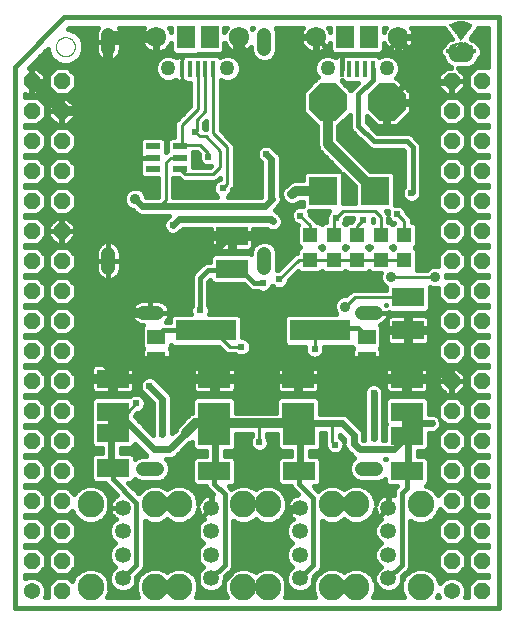
<source format=gtl>
G75*
%MOIN*%
%OFA0B0*%
%FSLAX25Y25*%
%IPPOS*%
%LPD*%
%AMOC8*
5,1,8,0,0,1.08239X$1,22.5*
%
%ADD10C,0.01600*%
%ADD11C,0.00000*%
%ADD12C,0.05400*%
%ADD13OC8,0.05400*%
%ADD14OC8,0.12500*%
%ADD15C,0.04724*%
%ADD16R,0.10630X0.05906*%
%ADD17R,0.10630X0.06299*%
%ADD18R,0.04724X0.04724*%
%ADD19R,0.20000X0.07000*%
%ADD20C,0.05315*%
%ADD21C,0.08858*%
%ADD22R,0.01575X0.05315*%
%ADD23R,0.05906X0.07480*%
%ADD24C,0.06791*%
%ADD25C,0.05020*%
%ADD26R,0.04213X0.00039*%
%ADD27R,0.04646X0.00039*%
%ADD28R,0.04921X0.00039*%
%ADD29R,0.05157X0.00039*%
%ADD30R,0.05315X0.00039*%
%ADD31R,0.05472X0.00039*%
%ADD32R,0.05630X0.00039*%
%ADD33R,0.05748X0.00039*%
%ADD34R,0.05866X0.00039*%
%ADD35R,0.05984X0.00039*%
%ADD36R,0.06102X0.00039*%
%ADD37R,0.06181X0.00039*%
%ADD38R,0.06260X0.00039*%
%ADD39R,0.06378X0.00039*%
%ADD40R,0.06457X0.00039*%
%ADD41R,0.06496X0.00039*%
%ADD42R,0.06575X0.00039*%
%ADD43R,0.06654X0.00039*%
%ADD44R,0.06732X0.00039*%
%ADD45R,0.06772X0.00039*%
%ADD46R,0.06850X0.00039*%
%ADD47R,0.06890X0.00039*%
%ADD48R,0.06929X0.00039*%
%ADD49R,0.07008X0.00039*%
%ADD50R,0.07047X0.00039*%
%ADD51R,0.07087X0.00039*%
%ADD52R,0.07165X0.00039*%
%ADD53R,0.07205X0.00039*%
%ADD54R,0.07244X0.00039*%
%ADD55R,0.07283X0.00039*%
%ADD56R,0.07323X0.00039*%
%ADD57R,0.07362X0.00039*%
%ADD58R,0.07402X0.00039*%
%ADD59R,0.07441X0.00039*%
%ADD60R,0.07480X0.00039*%
%ADD61R,0.07520X0.00039*%
%ADD62R,0.07559X0.00039*%
%ADD63R,0.07598X0.00039*%
%ADD64R,0.07638X0.00039*%
%ADD65R,0.07677X0.00039*%
%ADD66R,0.07717X0.00039*%
%ADD67R,0.07756X0.00039*%
%ADD68R,0.07795X0.00039*%
%ADD69R,0.07835X0.00039*%
%ADD70R,0.07874X0.00039*%
%ADD71R,0.07913X0.00039*%
%ADD72R,0.07953X0.00039*%
%ADD73R,0.07992X0.00039*%
%ADD74R,0.08031X0.00039*%
%ADD75R,0.08071X0.00039*%
%ADD76R,0.08110X0.00039*%
%ADD77R,0.08150X0.00039*%
%ADD78R,0.08189X0.00039*%
%ADD79R,0.08228X0.00039*%
%ADD80R,0.08268X0.00039*%
%ADD81R,0.08307X0.00039*%
%ADD82R,0.08346X0.00039*%
%ADD83R,0.08386X0.00039*%
%ADD84R,0.09094X0.00039*%
%ADD85R,0.09370X0.00039*%
%ADD86R,0.09528X0.00039*%
%ADD87R,0.09606X0.00039*%
%ADD88R,0.09685X0.00039*%
%ADD89R,0.09764X0.00039*%
%ADD90R,0.09803X0.00039*%
%ADD91R,0.09843X0.00039*%
%ADD92R,0.09646X0.00039*%
%ADD93R,0.09567X0.00039*%
%ADD94R,0.09449X0.00039*%
%ADD95R,0.09213X0.00039*%
%ADD96R,0.02323X0.00039*%
%ADD97R,0.05551X0.00039*%
%ADD98R,0.02244X0.00039*%
%ADD99R,0.05433X0.00039*%
%ADD100R,0.05394X0.00039*%
%ADD101R,0.02205X0.00039*%
%ADD102R,0.05354X0.00039*%
%ADD103R,0.05276X0.00039*%
%ADD104R,0.05197X0.00039*%
%ADD105R,0.05118X0.00039*%
%ADD106R,0.05000X0.00039*%
%ADD107R,0.04882X0.00039*%
%ADD108R,0.04843X0.00039*%
%ADD109R,0.04764X0.00039*%
%ADD110R,0.04488X0.00039*%
%ADD111R,0.03701X0.00039*%
%ADD112R,0.00433X0.00039*%
%ADD113R,0.02283X0.00039*%
%ADD114R,0.03583X0.00039*%
%ADD115R,0.03504X0.00039*%
%ADD116R,0.03425X0.00039*%
%ADD117R,0.03307X0.00039*%
%ADD118R,0.03189X0.00039*%
%ADD119R,0.03110X0.00039*%
%ADD120R,0.03071X0.00039*%
%ADD121R,0.03031X0.00039*%
%ADD122R,0.00630X0.00039*%
%ADD123R,0.01299X0.00039*%
%ADD124R,0.04449X0.00039*%
%ADD125R,0.04370X0.00039*%
%ADD126R,0.04331X0.00039*%
%ADD127R,0.03622X0.00039*%
%ADD128R,0.00472X0.00039*%
%ADD129R,0.03543X0.00039*%
%ADD130R,0.00315X0.00039*%
%ADD131R,0.03465X0.00039*%
%ADD132R,0.03386X0.00039*%
%ADD133R,0.00551X0.00039*%
%ADD134R,0.01772X0.00039*%
%ADD135R,0.00354X0.00039*%
%ADD136R,0.01614X0.00039*%
%ADD137R,0.00512X0.00039*%
%ADD138R,0.01417X0.00039*%
%ADD139R,0.01181X0.00039*%
%ADD140R,0.00906X0.00039*%
%ADD141R,0.00236X0.00039*%
%ADD142R,0.00197X0.00039*%
%ADD143R,0.00079X0.00039*%
%ADD144R,0.00039X0.00039*%
%ADD145R,0.00118X0.00039*%
%ADD146R,0.00276X0.00039*%
%ADD147R,0.00591X0.00039*%
%ADD148R,0.00669X0.00039*%
%ADD149R,0.00748X0.00039*%
%ADD150R,0.00827X0.00039*%
%ADD151R,0.00984X0.00039*%
%ADD152R,0.01063X0.00039*%
%ADD153R,0.01142X0.00039*%
%ADD154R,0.01220X0.00039*%
%ADD155R,0.01378X0.00039*%
%ADD156R,0.01457X0.00039*%
%ADD157R,0.01535X0.00039*%
%ADD158R,0.01654X0.00039*%
%ADD159R,0.01693X0.00039*%
%ADD160R,0.01850X0.00039*%
%ADD161R,0.01890X0.00039*%
%ADD162R,0.01929X0.00039*%
%ADD163R,0.02008X0.00039*%
%ADD164R,0.02087X0.00039*%
%ADD165R,0.02126X0.00039*%
%ADD166R,0.02165X0.00039*%
%ADD167R,0.02362X0.00039*%
%ADD168R,0.02402X0.00039*%
%ADD169R,0.02480X0.00039*%
%ADD170R,0.02559X0.00039*%
%ADD171R,0.02638X0.00039*%
%ADD172R,0.02717X0.00039*%
%ADD173R,0.02795X0.00039*%
%ADD174R,0.02874X0.00039*%
%ADD175R,0.02953X0.00039*%
%ADD176R,0.02992X0.00039*%
%ADD177R,0.01260X0.00039*%
%ADD178R,0.01575X0.00039*%
%ADD179R,0.01339X0.00039*%
%ADD180R,0.01732X0.00039*%
%ADD181R,0.03661X0.00039*%
%ADD182R,0.03740X0.00039*%
%ADD183R,0.03819X0.00039*%
%ADD184R,0.03898X0.00039*%
%ADD185R,0.03937X0.00039*%
%ADD186R,0.03976X0.00039*%
%ADD187R,0.04055X0.00039*%
%ADD188R,0.04094X0.00039*%
%ADD189R,0.04173X0.00039*%
%ADD190R,0.04291X0.00039*%
%ADD191R,0.04409X0.00039*%
%ADD192R,0.04528X0.00039*%
%ADD193R,0.04567X0.00039*%
%ADD194R,0.04685X0.00039*%
%ADD195R,0.04803X0.00039*%
%ADD196R,0.05039X0.00039*%
%ADD197R,0.05079X0.00039*%
%ADD198R,0.05512X0.00039*%
%ADD199R,0.05669X0.00039*%
%ADD200R,0.05787X0.00039*%
%ADD201R,0.04134X0.00039*%
%ADD202R,0.04252X0.00039*%
%ADD203R,0.01811X0.00039*%
%ADD204R,0.06339X0.00039*%
%ADD205R,0.06535X0.00039*%
%ADD206R,0.06614X0.00039*%
%ADD207R,0.06693X0.00039*%
%ADD208R,0.06969X0.00039*%
%ADD209R,0.02441X0.00039*%
%ADD210R,0.02520X0.00039*%
%ADD211R,0.04606X0.00039*%
%ADD212R,0.00945X0.00039*%
%ADD213R,0.06220X0.00039*%
%ADD214R,0.01024X0.00039*%
%ADD215R,0.06299X0.00039*%
%ADD216R,0.06142X0.00039*%
%ADD217R,0.05827X0.00039*%
%ADD218R,0.03268X0.00039*%
%ADD219R,0.09449X0.09449*%
%ADD220R,0.05906X0.05118*%
%ADD221R,0.04724X0.02362*%
%ADD222C,0.03200*%
%ADD223C,0.02400*%
%ADD224C,0.01000*%
%ADD225C,0.02400*%
%ADD226C,0.03562*%
%ADD227C,0.04000*%
D10*
X0022538Y0040030D02*
X0183955Y0040030D01*
X0183955Y0236880D01*
X0039073Y0236880D01*
X0022538Y0220344D01*
X0022538Y0040030D01*
X0026138Y0049795D02*
X0026138Y0051043D01*
X0026300Y0050881D01*
X0030194Y0050881D01*
X0032947Y0053634D01*
X0032947Y0057527D01*
X0030194Y0060281D01*
X0026300Y0060281D01*
X0026138Y0060119D01*
X0026138Y0061043D01*
X0026300Y0060881D01*
X0030194Y0060881D01*
X0032947Y0063634D01*
X0032947Y0067527D01*
X0030194Y0070281D01*
X0026300Y0070281D01*
X0026138Y0070119D01*
X0026138Y0071043D01*
X0026300Y0070881D01*
X0030194Y0070881D01*
X0032947Y0073634D01*
X0032947Y0077527D01*
X0030194Y0080281D01*
X0026300Y0080281D01*
X0026138Y0080119D01*
X0026138Y0081043D01*
X0026300Y0080881D01*
X0030194Y0080881D01*
X0032947Y0083634D01*
X0032947Y0087527D01*
X0030194Y0090281D01*
X0026300Y0090281D01*
X0026138Y0090119D01*
X0026138Y0091043D01*
X0026300Y0090881D01*
X0030194Y0090881D01*
X0032947Y0093634D01*
X0032947Y0097527D01*
X0030194Y0100281D01*
X0026300Y0100281D01*
X0026138Y0100119D01*
X0026138Y0101043D01*
X0026300Y0100881D01*
X0030194Y0100881D01*
X0032947Y0103634D01*
X0032947Y0107527D01*
X0030194Y0110281D01*
X0026300Y0110281D01*
X0026138Y0110119D01*
X0026138Y0111043D01*
X0026300Y0110881D01*
X0030194Y0110881D01*
X0032947Y0113634D01*
X0032947Y0117527D01*
X0030194Y0120281D01*
X0026300Y0120281D01*
X0026138Y0120119D01*
X0026138Y0121043D01*
X0026300Y0120881D01*
X0030194Y0120881D01*
X0032947Y0123634D01*
X0032947Y0127527D01*
X0030194Y0130281D01*
X0026300Y0130281D01*
X0026138Y0130119D01*
X0026138Y0131043D01*
X0026300Y0130881D01*
X0030194Y0130881D01*
X0032947Y0133634D01*
X0032947Y0137527D01*
X0030194Y0140281D01*
X0026300Y0140281D01*
X0026138Y0140119D01*
X0026138Y0141043D01*
X0026300Y0140881D01*
X0030194Y0140881D01*
X0032947Y0143634D01*
X0032947Y0147527D01*
X0030194Y0150281D01*
X0026300Y0150281D01*
X0026138Y0150119D01*
X0026138Y0151043D01*
X0026300Y0150881D01*
X0030194Y0150881D01*
X0032947Y0153634D01*
X0032947Y0157527D01*
X0030194Y0160281D01*
X0026300Y0160281D01*
X0026138Y0160119D01*
X0026138Y0161043D01*
X0026300Y0160881D01*
X0030194Y0160881D01*
X0032947Y0163634D01*
X0032947Y0167527D01*
X0030194Y0170281D01*
X0026300Y0170281D01*
X0026138Y0170119D01*
X0026138Y0171043D01*
X0026300Y0170881D01*
X0030194Y0170881D01*
X0032947Y0173634D01*
X0032947Y0177527D01*
X0030194Y0180281D01*
X0026300Y0180281D01*
X0026138Y0180119D01*
X0026138Y0181043D01*
X0026300Y0180881D01*
X0030194Y0180881D01*
X0032947Y0183634D01*
X0032947Y0187527D01*
X0030194Y0190281D01*
X0026300Y0190281D01*
X0026138Y0190119D01*
X0026138Y0191043D01*
X0026300Y0190881D01*
X0030194Y0190881D01*
X0032947Y0193634D01*
X0032947Y0197527D01*
X0030194Y0200281D01*
X0026300Y0200281D01*
X0026138Y0200119D01*
X0026138Y0201043D01*
X0026300Y0200881D01*
X0030194Y0200881D01*
X0032947Y0203634D01*
X0032947Y0207527D01*
X0030194Y0210281D01*
X0026300Y0210281D01*
X0026138Y0210119D01*
X0026138Y0211325D01*
X0026383Y0211081D01*
X0028147Y0211081D01*
X0028147Y0215481D01*
X0028347Y0215481D01*
X0028347Y0215681D01*
X0028147Y0215681D01*
X0028147Y0220081D01*
X0027365Y0220081D01*
X0033518Y0226233D01*
X0033518Y0225854D01*
X0034423Y0223667D01*
X0036097Y0221994D01*
X0038284Y0221088D01*
X0040651Y0221088D01*
X0042837Y0221994D01*
X0044511Y0223667D01*
X0045417Y0225854D01*
X0045417Y0228221D01*
X0044511Y0230408D01*
X0042837Y0232081D01*
X0040651Y0232987D01*
X0040272Y0232987D01*
X0040565Y0233280D01*
X0050169Y0233280D01*
X0050136Y0233235D01*
X0049838Y0232651D01*
X0049636Y0232028D01*
X0049533Y0231381D01*
X0049533Y0228691D01*
X0053695Y0228691D01*
X0053695Y0228691D01*
X0049533Y0228691D01*
X0049533Y0226001D01*
X0049636Y0225354D01*
X0049838Y0224731D01*
X0050136Y0224147D01*
X0050521Y0223617D01*
X0050984Y0223154D01*
X0051514Y0222769D01*
X0052098Y0222471D01*
X0052721Y0222269D01*
X0053368Y0222167D01*
X0053695Y0222167D01*
X0053695Y0228691D01*
X0053696Y0228691D01*
X0057858Y0228691D01*
X0057858Y0231381D01*
X0057755Y0232028D01*
X0057553Y0232651D01*
X0057255Y0233235D01*
X0057222Y0233280D01*
X0065607Y0233280D01*
X0065338Y0232910D01*
X0064967Y0232181D01*
X0064714Y0231404D01*
X0064586Y0230596D01*
X0064586Y0230519D01*
X0069450Y0230519D01*
X0069450Y0229855D01*
X0064586Y0229855D01*
X0064586Y0229778D01*
X0064714Y0228970D01*
X0064967Y0228193D01*
X0065338Y0227464D01*
X0065819Y0226802D01*
X0066397Y0226224D01*
X0067059Y0225743D01*
X0067788Y0225372D01*
X0068565Y0225119D01*
X0069373Y0224991D01*
X0069450Y0224991D01*
X0069450Y0229855D01*
X0070114Y0229855D01*
X0070114Y0224991D01*
X0070191Y0224991D01*
X0070999Y0225119D01*
X0071777Y0225372D01*
X0072505Y0225743D01*
X0073167Y0226224D01*
X0073745Y0226802D01*
X0074226Y0227464D01*
X0074597Y0228193D01*
X0074672Y0228423D01*
X0074672Y0225579D01*
X0075843Y0224407D01*
X0083406Y0224407D01*
X0083581Y0224583D01*
X0083717Y0224447D01*
X0091280Y0224447D01*
X0092451Y0225618D01*
X0092451Y0228423D01*
X0092526Y0228193D01*
X0092897Y0227464D01*
X0093378Y0226802D01*
X0093956Y0226224D01*
X0094618Y0225743D01*
X0095347Y0225372D01*
X0096125Y0225119D01*
X0096932Y0224991D01*
X0097009Y0224991D01*
X0097009Y0229855D01*
X0097673Y0229855D01*
X0097673Y0224991D01*
X0097750Y0224991D01*
X0098558Y0225119D01*
X0099336Y0225372D01*
X0100064Y0225743D01*
X0100726Y0226224D01*
X0101304Y0226802D01*
X0101333Y0226842D01*
X0101333Y0225461D01*
X0101997Y0223858D01*
X0095518Y0223858D01*
X0095959Y0223676D02*
X0094301Y0224362D01*
X0092507Y0224362D01*
X0090909Y0223700D01*
X0090296Y0224313D01*
X0079387Y0224313D01*
X0079187Y0224113D01*
X0078444Y0224113D01*
X0078444Y0223370D01*
X0078443Y0223370D01*
X0078443Y0224113D01*
X0077419Y0224113D01*
X0076961Y0223990D01*
X0076551Y0223753D01*
X0076373Y0223576D01*
X0076274Y0223676D01*
X0074616Y0224362D01*
X0072822Y0224362D01*
X0071165Y0223676D01*
X0069896Y0222407D01*
X0069209Y0220749D01*
X0069209Y0218955D01*
X0069896Y0217298D01*
X0071165Y0216029D01*
X0072822Y0215343D01*
X0074616Y0215343D01*
X0076163Y0215983D01*
X0076216Y0215893D01*
X0076551Y0215558D01*
X0076961Y0215321D01*
X0077419Y0215198D01*
X0078443Y0215198D01*
X0078443Y0215941D01*
X0078444Y0215941D01*
X0078444Y0215198D01*
X0079187Y0215198D01*
X0079387Y0214998D01*
X0081062Y0214998D01*
X0081062Y0207207D01*
X0076127Y0202272D01*
X0075747Y0201354D01*
X0075747Y0196951D01*
X0074466Y0196951D01*
X0073294Y0195779D01*
X0073294Y0192233D01*
X0073090Y0192149D01*
X0072963Y0192022D01*
X0072963Y0195779D01*
X0071792Y0196951D01*
X0065410Y0196951D01*
X0064239Y0195779D01*
X0064239Y0191760D01*
X0064463Y0191536D01*
X0064439Y0191448D01*
X0064439Y0190030D01*
X0068601Y0190030D01*
X0068601Y0190029D01*
X0064439Y0190029D01*
X0064439Y0188611D01*
X0064463Y0188523D01*
X0064239Y0188299D01*
X0064239Y0184280D01*
X0065410Y0183108D01*
X0070432Y0183108D01*
X0070432Y0177088D01*
X0066441Y0177088D01*
X0065901Y0178392D01*
X0064837Y0179455D01*
X0063448Y0180031D01*
X0061943Y0180031D01*
X0060554Y0179455D01*
X0059490Y0178392D01*
X0058914Y0177002D01*
X0058914Y0175498D01*
X0059490Y0174108D01*
X0060554Y0173045D01*
X0061943Y0172469D01*
X0061951Y0172469D01*
X0062345Y0172075D01*
X0063245Y0171175D01*
X0064421Y0170688D01*
X0073868Y0170688D01*
X0072581Y0169401D01*
X0072094Y0168225D01*
X0072094Y0166952D01*
X0072581Y0165776D01*
X0073481Y0164876D01*
X0074657Y0164389D01*
X0075930Y0164389D01*
X0077107Y0164876D01*
X0078588Y0166357D01*
X0087864Y0166357D01*
X0087864Y0164820D01*
X0094204Y0164820D01*
X0094204Y0163270D01*
X0095754Y0163270D01*
X0095754Y0159096D01*
X0100531Y0159096D01*
X0100989Y0159218D01*
X0101399Y0159455D01*
X0101665Y0159721D01*
X0101333Y0158921D01*
X0101333Y0157960D01*
X0101122Y0158171D01*
X0088836Y0158171D01*
X0087664Y0157000D01*
X0087664Y0155428D01*
X0086548Y0155428D01*
X0085519Y0155002D01*
X0084731Y0154214D01*
X0081975Y0151458D01*
X0081549Y0150429D01*
X0081549Y0140844D01*
X0081149Y0139879D01*
X0081149Y0138606D01*
X0081380Y0138049D01*
X0075387Y0138049D01*
X0074215Y0136878D01*
X0074215Y0135349D01*
X0072925Y0135349D01*
X0073264Y0135688D01*
X0073649Y0136218D01*
X0073946Y0136802D01*
X0074149Y0137425D01*
X0074251Y0138072D01*
X0074251Y0138400D01*
X0074251Y0138727D01*
X0074149Y0139374D01*
X0073946Y0139997D01*
X0073649Y0140581D01*
X0073264Y0141111D01*
X0072801Y0141574D01*
X0072271Y0141959D01*
X0071687Y0142257D01*
X0071064Y0142459D01*
X0070417Y0142562D01*
X0067727Y0142562D01*
X0065037Y0142562D01*
X0064390Y0142459D01*
X0063767Y0142257D01*
X0063183Y0141959D01*
X0062653Y0141574D01*
X0062190Y0141111D01*
X0061805Y0140581D01*
X0061508Y0139997D01*
X0061305Y0139374D01*
X0061203Y0138727D01*
X0061203Y0138400D01*
X0067727Y0138400D01*
X0067727Y0142562D01*
X0067727Y0138400D01*
X0067727Y0138400D01*
X0067727Y0138400D01*
X0074251Y0138400D01*
X0067727Y0138400D01*
X0067727Y0138400D01*
X0061203Y0138400D01*
X0061203Y0138072D01*
X0061305Y0137425D01*
X0061508Y0136802D01*
X0061805Y0136218D01*
X0062190Y0135688D01*
X0062653Y0135225D01*
X0063183Y0134840D01*
X0063767Y0134542D01*
X0064390Y0134340D01*
X0065037Y0134237D01*
X0065295Y0134237D01*
X0064829Y0133771D01*
X0064829Y0126996D01*
X0065341Y0126485D01*
X0065152Y0126157D01*
X0065029Y0125700D01*
X0065029Y0123383D01*
X0069303Y0123383D01*
X0069303Y0122424D01*
X0070262Y0122424D01*
X0070262Y0123383D01*
X0074535Y0123383D01*
X0074535Y0125700D01*
X0074412Y0126157D01*
X0074223Y0126485D01*
X0074735Y0126996D01*
X0074735Y0127701D01*
X0075387Y0127049D01*
X0090644Y0127049D01*
X0092072Y0125621D01*
X0092775Y0124918D01*
X0093694Y0124537D01*
X0096103Y0124537D01*
X0096316Y0124325D01*
X0097492Y0123837D01*
X0098765Y0123837D01*
X0099941Y0124325D01*
X0100841Y0125225D01*
X0101329Y0126401D01*
X0101329Y0127674D01*
X0100841Y0128850D01*
X0099941Y0129750D01*
X0098765Y0130237D01*
X0098215Y0130237D01*
X0098215Y0136878D01*
X0097044Y0138049D01*
X0087319Y0138049D01*
X0087549Y0138606D01*
X0087549Y0139879D01*
X0087149Y0140844D01*
X0087149Y0148712D01*
X0087664Y0149227D01*
X0087664Y0149044D01*
X0088836Y0147872D01*
X0098925Y0147872D01*
X0100873Y0145924D01*
X0101902Y0145497D01*
X0103613Y0145497D01*
X0104579Y0145097D01*
X0105852Y0145097D01*
X0107028Y0145584D01*
X0107928Y0146485D01*
X0108299Y0147381D01*
X0108914Y0146766D01*
X0110091Y0146278D01*
X0111364Y0146278D01*
X0112540Y0146766D01*
X0113440Y0147666D01*
X0113927Y0148842D01*
X0113927Y0149143D01*
X0117085Y0152300D01*
X0117773Y0151612D01*
X0124154Y0151612D01*
X0124900Y0152359D01*
X0125647Y0151612D01*
X0132028Y0151612D01*
X0132774Y0152359D01*
X0133521Y0151612D01*
X0139902Y0151612D01*
X0140648Y0152359D01*
X0141395Y0151612D01*
X0144594Y0151612D01*
X0144348Y0151018D01*
X0144348Y0149514D01*
X0144923Y0148124D01*
X0145987Y0147060D01*
X0146325Y0146920D01*
X0146325Y0146073D01*
X0135427Y0146073D01*
X0134508Y0145692D01*
X0133804Y0144989D01*
X0133020Y0144204D01*
X0132022Y0144204D01*
X0130632Y0143629D01*
X0129569Y0142565D01*
X0128993Y0141175D01*
X0128993Y0139671D01*
X0129569Y0138281D01*
X0129801Y0138049D01*
X0113387Y0138049D01*
X0112215Y0136878D01*
X0112215Y0128221D01*
X0113387Y0127049D01*
X0119405Y0127049D01*
X0119338Y0126887D01*
X0119338Y0125613D01*
X0119825Y0124437D01*
X0120725Y0123537D01*
X0121902Y0123050D01*
X0123175Y0123050D01*
X0124351Y0123537D01*
X0125251Y0124437D01*
X0125738Y0125613D01*
X0125738Y0126887D01*
X0125671Y0127049D01*
X0134908Y0127049D01*
X0134908Y0126996D01*
X0135420Y0126485D01*
X0135231Y0126157D01*
X0135108Y0125700D01*
X0135108Y0123383D01*
X0139381Y0123383D01*
X0139381Y0122424D01*
X0135108Y0122424D01*
X0135108Y0120108D01*
X0135231Y0119650D01*
X0135468Y0119239D01*
X0135803Y0118904D01*
X0136213Y0118667D01*
X0136671Y0118544D01*
X0139381Y0118544D01*
X0139381Y0122424D01*
X0140340Y0122424D01*
X0140340Y0118544D01*
X0143051Y0118544D01*
X0143508Y0118667D01*
X0143919Y0118904D01*
X0144254Y0119239D01*
X0144491Y0119650D01*
X0144614Y0120108D01*
X0144614Y0122424D01*
X0140340Y0122424D01*
X0140340Y0123383D01*
X0144614Y0123383D01*
X0144614Y0125700D01*
X0144491Y0126157D01*
X0144302Y0126485D01*
X0144814Y0126996D01*
X0144814Y0133771D01*
X0144201Y0134384D01*
X0144687Y0134542D01*
X0145271Y0134840D01*
X0145801Y0135225D01*
X0146264Y0135688D01*
X0146573Y0136114D01*
X0146525Y0135936D01*
X0146525Y0133324D01*
X0152866Y0133324D01*
X0152866Y0137499D01*
X0148088Y0137499D01*
X0147631Y0137376D01*
X0147220Y0137139D01*
X0146977Y0136896D01*
X0147149Y0137425D01*
X0147251Y0138072D01*
X0147251Y0138400D01*
X0147251Y0138669D01*
X0147497Y0138423D01*
X0159784Y0138423D01*
X0160955Y0139595D01*
X0160955Y0146894D01*
X0161943Y0146485D01*
X0163448Y0146485D01*
X0163547Y0146526D01*
X0163547Y0143634D01*
X0166300Y0140881D01*
X0170194Y0140881D01*
X0172947Y0143634D01*
X0172947Y0147527D01*
X0170194Y0150281D01*
X0166477Y0150281D01*
X0166477Y0150881D01*
X0170194Y0150881D01*
X0172947Y0153634D01*
X0172947Y0157527D01*
X0170194Y0160281D01*
X0166300Y0160281D01*
X0163547Y0157527D01*
X0163547Y0154006D01*
X0163448Y0154047D01*
X0161943Y0154047D01*
X0160554Y0153471D01*
X0159848Y0152766D01*
X0156803Y0152766D01*
X0156822Y0152784D01*
X0156822Y0159165D01*
X0155878Y0160108D01*
X0156822Y0161051D01*
X0156822Y0167433D01*
X0155650Y0168604D01*
X0154959Y0168604D01*
X0154959Y0169267D01*
X0154579Y0170186D01*
X0153297Y0171467D01*
X0153297Y0171768D01*
X0152810Y0172945D01*
X0151910Y0173845D01*
X0150734Y0174332D01*
X0149461Y0174332D01*
X0149341Y0174282D01*
X0149341Y0184559D01*
X0148170Y0185730D01*
X0140984Y0185730D01*
X0130469Y0196245D01*
X0130469Y0200466D01*
X0134305Y0204302D01*
X0134305Y0200102D01*
X0134731Y0199073D01*
X0139849Y0193955D01*
X0140637Y0193168D01*
X0141666Y0192741D01*
X0152087Y0192741D01*
X0152415Y0192413D01*
X0152415Y0180338D01*
X0152109Y0180031D01*
X0151622Y0178855D01*
X0151622Y0177582D01*
X0152109Y0176406D01*
X0153009Y0175506D01*
X0154185Y0175019D01*
X0155458Y0175019D01*
X0156634Y0175506D01*
X0157534Y0176406D01*
X0158022Y0177582D01*
X0158022Y0178855D01*
X0158015Y0178870D01*
X0158015Y0194130D01*
X0157589Y0195159D01*
X0156801Y0195947D01*
X0154833Y0197915D01*
X0153804Y0198341D01*
X0143383Y0198341D01*
X0139905Y0201819D01*
X0139905Y0203798D01*
X0143219Y0200483D01*
X0146054Y0200483D01*
X0146054Y0208033D01*
X0147054Y0208033D01*
X0147054Y0200483D01*
X0149888Y0200483D01*
X0154604Y0205199D01*
X0154604Y0208033D01*
X0147054Y0208033D01*
X0147054Y0209033D01*
X0154604Y0209033D01*
X0154604Y0211868D01*
X0149888Y0216583D01*
X0149663Y0216583D01*
X0150377Y0217298D01*
X0151064Y0218955D01*
X0151064Y0220749D01*
X0150377Y0222407D01*
X0149108Y0223676D01*
X0147451Y0224362D01*
X0145657Y0224362D01*
X0144058Y0223700D01*
X0143445Y0224313D01*
X0132536Y0224313D01*
X0132336Y0224113D01*
X0131593Y0224113D01*
X0130569Y0224113D01*
X0130111Y0223990D01*
X0129701Y0223753D01*
X0129523Y0223576D01*
X0129423Y0223676D01*
X0127766Y0224362D01*
X0125972Y0224362D01*
X0124314Y0223676D01*
X0123045Y0222407D01*
X0122359Y0220749D01*
X0122359Y0218955D01*
X0123045Y0217298D01*
X0123560Y0216783D01*
X0123452Y0216783D01*
X0118619Y0211951D01*
X0118619Y0205116D01*
X0123269Y0200466D01*
X0123269Y0194038D01*
X0123817Y0192715D01*
X0130801Y0185730D01*
X0119741Y0185730D01*
X0118570Y0184559D01*
X0118570Y0182606D01*
X0115523Y0182606D01*
X0114200Y0182058D01*
X0112006Y0179864D01*
X0111458Y0178541D01*
X0111458Y0177145D01*
X0111171Y0177837D01*
X0111171Y0190272D01*
X0110684Y0191448D01*
X0109784Y0192349D01*
X0109784Y0192349D01*
X0109109Y0193023D01*
X0109109Y0193023D01*
X0108209Y0193923D01*
X0107033Y0194411D01*
X0105760Y0194411D01*
X0104584Y0193923D01*
X0103683Y0193023D01*
X0103196Y0191847D01*
X0103196Y0190574D01*
X0103683Y0189398D01*
X0104584Y0188498D01*
X0104771Y0188310D01*
X0104771Y0177182D01*
X0104677Y0177088D01*
X0093649Y0177088D01*
X0094542Y0177981D01*
X0095029Y0179157D01*
X0095029Y0179458D01*
X0095524Y0179952D01*
X0095904Y0180871D01*
X0095904Y0194070D01*
X0095524Y0194989D01*
X0094820Y0195692D01*
X0091180Y0199333D01*
X0091180Y0215882D01*
X0091187Y0215889D01*
X0092507Y0215343D01*
X0094301Y0215343D01*
X0095959Y0216029D01*
X0097227Y0217298D01*
X0097914Y0218955D01*
X0097914Y0220749D01*
X0097227Y0222407D01*
X0095959Y0223676D01*
X0097288Y0222260D02*
X0104120Y0222260D01*
X0104828Y0221967D02*
X0103225Y0222631D01*
X0101997Y0223858D01*
X0101335Y0225457D02*
X0099502Y0225457D01*
X0097673Y0225457D02*
X0097009Y0225457D01*
X0097009Y0227055D02*
X0097673Y0227055D01*
X0097673Y0228654D02*
X0097009Y0228654D01*
X0095180Y0225457D02*
X0092290Y0225457D01*
X0092451Y0227055D02*
X0093194Y0227055D01*
X0091291Y0223858D02*
X0090750Y0223858D01*
X0092451Y0231951D02*
X0092451Y0233280D01*
X0093166Y0233280D01*
X0092897Y0232910D01*
X0092526Y0232181D01*
X0092451Y0231951D01*
X0101516Y0233280D02*
X0101758Y0232947D01*
X0101896Y0233280D01*
X0101516Y0233280D01*
X0109495Y0233280D02*
X0110058Y0231921D01*
X0110058Y0225461D01*
X0109394Y0223858D01*
X0124755Y0223858D01*
X0124148Y0225119D02*
X0124926Y0225372D01*
X0125655Y0225743D01*
X0126316Y0226224D01*
X0126895Y0226802D01*
X0127375Y0227464D01*
X0127747Y0228193D01*
X0127822Y0228423D01*
X0127822Y0225579D01*
X0128993Y0224407D01*
X0136555Y0224407D01*
X0136731Y0224583D01*
X0136867Y0224447D01*
X0144429Y0224447D01*
X0145601Y0225618D01*
X0145601Y0228423D01*
X0145676Y0228193D01*
X0146047Y0227464D01*
X0146528Y0226802D01*
X0147106Y0226224D01*
X0147768Y0225743D01*
X0148496Y0225372D01*
X0149274Y0225119D01*
X0150082Y0224991D01*
X0150159Y0224991D01*
X0150159Y0229855D01*
X0150823Y0229855D01*
X0150823Y0230519D01*
X0155686Y0230519D01*
X0155686Y0230596D01*
X0155559Y0231404D01*
X0155306Y0232181D01*
X0154935Y0232910D01*
X0154666Y0233280D01*
X0165558Y0233280D01*
X0165558Y0233197D01*
X0165636Y0233118D01*
X0165636Y0233079D01*
X0165755Y0232961D01*
X0165755Y0232922D01*
X0165873Y0232803D01*
X0165873Y0232764D01*
X0165991Y0232646D01*
X0165991Y0232607D01*
X0166070Y0232528D01*
X0166109Y0232488D01*
X0166109Y0232449D01*
X0166188Y0232370D01*
X0166188Y0232331D01*
X0166306Y0232213D01*
X0166306Y0232174D01*
X0166424Y0232055D01*
X0166424Y0232016D01*
X0166542Y0231898D01*
X0166542Y0231859D01*
X0166660Y0231740D01*
X0166660Y0231701D01*
X0166778Y0231583D01*
X0166778Y0231544D01*
X0166857Y0231465D01*
X0166857Y0231426D01*
X0166896Y0231386D01*
X0166975Y0231307D01*
X0166975Y0231268D01*
X0167093Y0231150D01*
X0167093Y0231111D01*
X0167211Y0230992D01*
X0167211Y0230953D01*
X0167329Y0230835D01*
X0167329Y0230796D01*
X0167408Y0230717D01*
X0167408Y0230677D01*
X0167526Y0230559D01*
X0167526Y0230520D01*
X0167644Y0230402D01*
X0167644Y0230363D01*
X0167762Y0230244D01*
X0167762Y0230205D01*
X0167881Y0230087D01*
X0167881Y0230048D01*
X0167959Y0229969D01*
X0167959Y0229929D01*
X0168077Y0229811D01*
X0168077Y0229772D01*
X0168196Y0229654D01*
X0168196Y0229614D01*
X0168202Y0229608D01*
X0167595Y0229608D01*
X0167556Y0229569D01*
X0167438Y0229569D01*
X0167399Y0229530D01*
X0167320Y0229530D01*
X0167280Y0229490D01*
X0167241Y0229490D01*
X0167202Y0229451D01*
X0167162Y0229451D01*
X0167084Y0229372D01*
X0167044Y0229372D01*
X0166926Y0229254D01*
X0165755Y0228082D01*
X0165715Y0228043D01*
X0165676Y0228004D01*
X0165636Y0227964D01*
X0165636Y0227925D01*
X0165597Y0227886D01*
X0165558Y0227846D01*
X0165558Y0227807D01*
X0165518Y0227767D01*
X0165518Y0227728D01*
X0165479Y0227689D01*
X0165479Y0227649D01*
X0164573Y0226744D01*
X0164534Y0226704D01*
X0164534Y0226665D01*
X0164495Y0226626D01*
X0164495Y0226586D01*
X0164455Y0226547D01*
X0164455Y0224300D01*
X0164495Y0224260D01*
X0164495Y0224221D01*
X0165282Y0223433D01*
X0165282Y0223394D01*
X0165322Y0223355D01*
X0165322Y0223237D01*
X0165361Y0223197D01*
X0165361Y0223118D01*
X0165400Y0223079D01*
X0165400Y0223000D01*
X0165440Y0222961D01*
X0165440Y0222882D01*
X0165479Y0222843D01*
X0165479Y0222764D01*
X0165518Y0222725D01*
X0165518Y0222685D01*
X0165558Y0222646D01*
X0165558Y0222567D01*
X0165597Y0222528D01*
X0165597Y0222488D01*
X0165636Y0222449D01*
X0165636Y0222410D01*
X0165676Y0222370D01*
X0165676Y0222331D01*
X0165715Y0222292D01*
X0165715Y0222252D01*
X0165755Y0222213D01*
X0165755Y0222174D01*
X0165833Y0222095D01*
X0165833Y0222055D01*
X0165912Y0221977D01*
X0165912Y0221937D01*
X0166109Y0221740D01*
X0166109Y0221701D01*
X0167280Y0220530D01*
X0167320Y0220490D01*
X0167359Y0220490D01*
X0167399Y0220451D01*
X0167438Y0220411D01*
X0167477Y0220372D01*
X0167517Y0220333D01*
X0167556Y0220333D01*
X0167595Y0220293D01*
X0167635Y0220254D01*
X0167674Y0220254D01*
X0167714Y0220215D01*
X0167753Y0220215D01*
X0167792Y0220175D01*
X0167832Y0220175D01*
X0167871Y0220136D01*
X0167910Y0220136D01*
X0167950Y0220096D01*
X0168029Y0220096D01*
X0168044Y0220081D01*
X0166383Y0220081D01*
X0163747Y0217445D01*
X0163747Y0215681D01*
X0168147Y0215681D01*
X0168147Y0215481D01*
X0168347Y0215481D01*
X0168347Y0215681D01*
X0172747Y0215681D01*
X0172747Y0217445D01*
X0170213Y0219978D01*
X0174292Y0219978D01*
X0174331Y0220018D01*
X0174489Y0220018D01*
X0174528Y0220057D01*
X0174646Y0220057D01*
X0174685Y0220096D01*
X0174764Y0220096D01*
X0174803Y0220136D01*
X0174843Y0220136D01*
X0174882Y0220175D01*
X0174922Y0220175D01*
X0174961Y0220215D01*
X0175000Y0220215D01*
X0175040Y0220254D01*
X0175079Y0220293D01*
X0175118Y0220293D01*
X0175158Y0220333D01*
X0175197Y0220372D01*
X0175237Y0220372D01*
X0175276Y0220411D01*
X0175315Y0220451D01*
X0175355Y0220490D01*
X0175394Y0220530D01*
X0175433Y0220569D01*
X0175473Y0220608D01*
X0175512Y0220648D01*
X0175552Y0220687D01*
X0176723Y0221859D01*
X0176723Y0221898D01*
X0176802Y0221977D01*
X0176802Y0222016D01*
X0176881Y0222095D01*
X0176881Y0222134D01*
X0176959Y0222213D01*
X0176959Y0222252D01*
X0176999Y0222292D01*
X0176999Y0222331D01*
X0177038Y0222370D01*
X0177038Y0222410D01*
X0177077Y0222449D01*
X0177077Y0222489D01*
X0177117Y0222528D01*
X0177117Y0222607D01*
X0177156Y0222646D01*
X0177156Y0222685D01*
X0177196Y0222725D01*
X0177196Y0222803D01*
X0177235Y0222843D01*
X0177235Y0222882D01*
X0177274Y0222922D01*
X0177274Y0223000D01*
X0177314Y0223040D01*
X0177314Y0223158D01*
X0177353Y0223197D01*
X0177353Y0223276D01*
X0177392Y0223315D01*
X0177392Y0223355D01*
X0178259Y0224221D01*
X0178259Y0224300D01*
X0178298Y0224339D01*
X0178298Y0226508D01*
X0178259Y0226547D01*
X0178259Y0226626D01*
X0178219Y0226665D01*
X0178180Y0226704D01*
X0178140Y0226744D01*
X0178101Y0226783D01*
X0177196Y0227689D01*
X0177196Y0227728D01*
X0177156Y0227767D01*
X0177117Y0227807D01*
X0177077Y0227846D01*
X0177038Y0227886D01*
X0176999Y0227925D01*
X0176959Y0227964D01*
X0175788Y0229136D01*
X0175748Y0229136D01*
X0175709Y0229175D01*
X0175670Y0229175D01*
X0175630Y0229215D01*
X0175552Y0229215D01*
X0175512Y0229254D01*
X0175000Y0229254D01*
X0174559Y0229695D01*
X0174636Y0229772D01*
X0174636Y0229811D01*
X0174755Y0229929D01*
X0174755Y0229969D01*
X0174873Y0230087D01*
X0174873Y0230126D01*
X0174951Y0230205D01*
X0174991Y0230244D01*
X0174991Y0230284D01*
X0175109Y0230402D01*
X0175109Y0230441D01*
X0175227Y0230559D01*
X0175227Y0230599D01*
X0175345Y0230717D01*
X0175345Y0230756D01*
X0175463Y0230874D01*
X0175463Y0230914D01*
X0175581Y0231032D01*
X0175581Y0231071D01*
X0175699Y0231189D01*
X0175699Y0231229D01*
X0175818Y0231347D01*
X0175818Y0231386D01*
X0175896Y0231465D01*
X0175896Y0231504D01*
X0176014Y0231622D01*
X0176014Y0231662D01*
X0176133Y0231780D01*
X0176133Y0231819D01*
X0176251Y0231937D01*
X0176251Y0231977D01*
X0176369Y0232095D01*
X0176369Y0232134D01*
X0176487Y0232252D01*
X0176487Y0232292D01*
X0176605Y0232410D01*
X0176605Y0232449D01*
X0176684Y0232528D01*
X0176723Y0232567D01*
X0176723Y0232607D01*
X0176841Y0232725D01*
X0176841Y0232764D01*
X0176959Y0232882D01*
X0176959Y0232922D01*
X0177077Y0233040D01*
X0177077Y0233079D01*
X0177156Y0233158D01*
X0177156Y0233280D01*
X0180355Y0233280D01*
X0180355Y0220119D01*
X0180194Y0220281D01*
X0176300Y0220281D01*
X0173547Y0217527D01*
X0173547Y0213634D01*
X0176300Y0210881D01*
X0180194Y0210881D01*
X0180355Y0211043D01*
X0180355Y0210119D01*
X0180194Y0210281D01*
X0176300Y0210281D01*
X0173547Y0207527D01*
X0173547Y0203634D01*
X0176300Y0200881D01*
X0180194Y0200881D01*
X0180355Y0201043D01*
X0180355Y0200119D01*
X0180194Y0200281D01*
X0176300Y0200281D01*
X0173547Y0197527D01*
X0173547Y0193634D01*
X0176300Y0190881D01*
X0180194Y0190881D01*
X0180355Y0191043D01*
X0180355Y0190119D01*
X0180194Y0190281D01*
X0176300Y0190281D01*
X0173547Y0187527D01*
X0173547Y0183634D01*
X0176300Y0180881D01*
X0180194Y0180881D01*
X0180355Y0181043D01*
X0180355Y0180119D01*
X0180194Y0180281D01*
X0176300Y0180281D01*
X0173547Y0177527D01*
X0173547Y0173634D01*
X0176300Y0170881D01*
X0180194Y0170881D01*
X0180355Y0171043D01*
X0180355Y0170119D01*
X0180194Y0170281D01*
X0176300Y0170281D01*
X0173547Y0167527D01*
X0173547Y0163634D01*
X0176300Y0160881D01*
X0180194Y0160881D01*
X0180355Y0161043D01*
X0180355Y0160119D01*
X0180194Y0160281D01*
X0176300Y0160281D01*
X0173547Y0157527D01*
X0173547Y0153634D01*
X0176300Y0150881D01*
X0180194Y0150881D01*
X0180355Y0151043D01*
X0180355Y0150119D01*
X0180194Y0150281D01*
X0176300Y0150281D01*
X0173547Y0147527D01*
X0173547Y0143634D01*
X0176300Y0140881D01*
X0180194Y0140881D01*
X0180355Y0141043D01*
X0180355Y0140119D01*
X0180194Y0140281D01*
X0176300Y0140281D01*
X0173547Y0137527D01*
X0173547Y0133634D01*
X0176300Y0130881D01*
X0180194Y0130881D01*
X0180355Y0131043D01*
X0180355Y0130119D01*
X0180194Y0130281D01*
X0176300Y0130281D01*
X0173547Y0127527D01*
X0173547Y0123634D01*
X0176300Y0120881D01*
X0180194Y0120881D01*
X0180355Y0121043D01*
X0180355Y0120119D01*
X0180194Y0120281D01*
X0176300Y0120281D01*
X0173547Y0117527D01*
X0173547Y0113634D01*
X0176300Y0110881D01*
X0180194Y0110881D01*
X0180355Y0111043D01*
X0180355Y0110119D01*
X0180194Y0110281D01*
X0176300Y0110281D01*
X0173547Y0107527D01*
X0173547Y0103634D01*
X0176300Y0100881D01*
X0180194Y0100881D01*
X0180355Y0101043D01*
X0180355Y0100119D01*
X0180194Y0100281D01*
X0176300Y0100281D01*
X0173547Y0097527D01*
X0173547Y0093634D01*
X0176300Y0090881D01*
X0180194Y0090881D01*
X0180355Y0091043D01*
X0180355Y0090119D01*
X0180194Y0090281D01*
X0176300Y0090281D01*
X0173547Y0087527D01*
X0173547Y0083634D01*
X0176300Y0080881D01*
X0180194Y0080881D01*
X0180355Y0081043D01*
X0180355Y0080119D01*
X0180194Y0080281D01*
X0176300Y0080281D01*
X0173547Y0077527D01*
X0173547Y0073634D01*
X0176300Y0070881D01*
X0180194Y0070881D01*
X0180355Y0071043D01*
X0180355Y0070119D01*
X0180194Y0070281D01*
X0176300Y0070281D01*
X0173547Y0067527D01*
X0173547Y0063634D01*
X0176300Y0060881D01*
X0180194Y0060881D01*
X0180355Y0061043D01*
X0180355Y0060119D01*
X0180194Y0060281D01*
X0176300Y0060281D01*
X0173547Y0057527D01*
X0173547Y0053634D01*
X0176300Y0050881D01*
X0180194Y0050881D01*
X0180355Y0051043D01*
X0180355Y0050119D01*
X0180194Y0050281D01*
X0176300Y0050281D01*
X0173547Y0047527D01*
X0173547Y0043634D01*
X0173551Y0043630D01*
X0172526Y0043630D01*
X0172947Y0044646D01*
X0172947Y0046516D01*
X0172231Y0048243D01*
X0170909Y0049565D01*
X0169182Y0050281D01*
X0167312Y0050281D01*
X0165584Y0049565D01*
X0164263Y0048244D01*
X0163303Y0050561D01*
X0161495Y0052370D01*
X0159132Y0053348D01*
X0156574Y0053348D01*
X0154211Y0052370D01*
X0152403Y0050561D01*
X0151802Y0049111D01*
X0151802Y0050491D01*
X0154046Y0052735D01*
X0154472Y0053764D01*
X0154472Y0068920D01*
X0156574Y0068049D01*
X0159132Y0068049D01*
X0161495Y0069028D01*
X0163303Y0070837D01*
X0164194Y0072987D01*
X0166300Y0070881D01*
X0170194Y0070881D01*
X0172947Y0073634D01*
X0172947Y0077527D01*
X0170194Y0080281D01*
X0166300Y0080281D01*
X0163548Y0077529D01*
X0163303Y0078120D01*
X0161495Y0079929D01*
X0159568Y0080727D01*
X0160562Y0081721D01*
X0160562Y0089283D01*
X0159390Y0090455D01*
X0156840Y0090455D01*
X0156840Y0092163D01*
X0159390Y0092163D01*
X0160562Y0093335D01*
X0160562Y0098247D01*
X0162151Y0098247D01*
X0163327Y0098734D01*
X0164227Y0099634D01*
X0164714Y0100810D01*
X0164714Y0102083D01*
X0164444Y0102737D01*
X0166300Y0100881D01*
X0170194Y0100881D01*
X0172947Y0103634D01*
X0172947Y0107527D01*
X0170194Y0110281D01*
X0166300Y0110281D01*
X0163547Y0107527D01*
X0163547Y0103940D01*
X0163327Y0104160D01*
X0162151Y0104647D01*
X0160562Y0104647D01*
X0160562Y0109362D01*
X0159390Y0110533D01*
X0147103Y0110533D01*
X0145932Y0109362D01*
X0145932Y0101406D01*
X0146186Y0101152D01*
X0145932Y0100897D01*
X0145932Y0095985D01*
X0145381Y0095985D01*
X0145423Y0096086D01*
X0145423Y0112320D01*
X0144936Y0113496D01*
X0144036Y0114396D01*
X0142860Y0114883D01*
X0141587Y0114883D01*
X0140410Y0114396D01*
X0139510Y0113496D01*
X0139023Y0112320D01*
X0139023Y0096086D01*
X0139065Y0095985D01*
X0138824Y0095985D01*
X0138730Y0096079D01*
X0138730Y0098146D01*
X0138243Y0099322D01*
X0137343Y0100223D01*
X0133406Y0104160D01*
X0132230Y0104647D01*
X0124341Y0104647D01*
X0124341Y0109362D01*
X0123170Y0110533D01*
X0110883Y0110533D01*
X0109711Y0109362D01*
X0109711Y0105047D01*
X0096388Y0105047D01*
X0096388Y0109362D01*
X0095217Y0110533D01*
X0082930Y0110533D01*
X0081759Y0109362D01*
X0081759Y0104923D01*
X0080735Y0104499D01*
X0079722Y0103486D01*
X0076573Y0100336D01*
X0076173Y0099371D01*
X0074951Y0098149D01*
X0074951Y0109078D01*
X0074951Y0110351D01*
X0074463Y0111527D01*
X0069233Y0116758D01*
X0088299Y0116758D01*
X0088299Y0117182D02*
X0088299Y0115633D01*
X0089848Y0115633D01*
X0089848Y0111458D01*
X0094625Y0111458D01*
X0095083Y0111581D01*
X0095494Y0111818D01*
X0095829Y0112153D01*
X0096066Y0112563D01*
X0096188Y0113021D01*
X0096188Y0115633D01*
X0089848Y0115633D01*
X0089848Y0117182D01*
X0088299Y0117182D01*
X0081959Y0117182D01*
X0081959Y0119794D01*
X0082081Y0120252D01*
X0082318Y0120662D01*
X0082653Y0120997D01*
X0083064Y0121234D01*
X0083522Y0121357D01*
X0088299Y0121357D01*
X0088299Y0117182D01*
X0088299Y0118357D02*
X0089848Y0118357D01*
X0089848Y0117182D02*
X0089848Y0121357D01*
X0094625Y0121357D01*
X0095083Y0121234D01*
X0095494Y0120997D01*
X0095829Y0120662D01*
X0096066Y0120252D01*
X0096188Y0119794D01*
X0096188Y0117182D01*
X0089848Y0117182D01*
X0089848Y0116758D02*
X0116251Y0116758D01*
X0116251Y0117182D02*
X0116251Y0115633D01*
X0109911Y0115633D01*
X0109911Y0113021D01*
X0110034Y0112563D01*
X0110271Y0112153D01*
X0110606Y0111818D01*
X0111016Y0111581D01*
X0111474Y0111458D01*
X0116251Y0111458D01*
X0116251Y0115633D01*
X0117801Y0115633D01*
X0117801Y0117182D01*
X0124141Y0117182D01*
X0124141Y0119794D01*
X0124019Y0120252D01*
X0123782Y0120662D01*
X0123446Y0120997D01*
X0123036Y0121234D01*
X0122578Y0121357D01*
X0117801Y0121357D01*
X0117801Y0117182D01*
X0116251Y0117182D01*
X0109911Y0117182D01*
X0109911Y0119794D01*
X0110034Y0120252D01*
X0110271Y0120662D01*
X0110606Y0120997D01*
X0111016Y0121234D01*
X0111474Y0121357D01*
X0116251Y0121357D01*
X0116251Y0117182D01*
X0116251Y0118357D02*
X0117801Y0118357D01*
X0117801Y0119955D02*
X0116251Y0119955D01*
X0117801Y0116758D02*
X0152472Y0116758D01*
X0152472Y0117182D02*
X0152472Y0115633D01*
X0146132Y0115633D01*
X0146132Y0113021D01*
X0146254Y0112563D01*
X0146491Y0112153D01*
X0146827Y0111818D01*
X0147237Y0111581D01*
X0147695Y0111458D01*
X0152472Y0111458D01*
X0152472Y0115633D01*
X0154022Y0115633D01*
X0154022Y0117182D01*
X0160362Y0117182D01*
X0160362Y0119794D01*
X0160239Y0120252D01*
X0160002Y0120662D01*
X0159667Y0120997D01*
X0159256Y0121234D01*
X0158799Y0121357D01*
X0154022Y0121357D01*
X0154022Y0117182D01*
X0152472Y0117182D01*
X0146132Y0117182D01*
X0146132Y0119794D01*
X0146254Y0120252D01*
X0146491Y0120662D01*
X0146827Y0120997D01*
X0147237Y0121234D01*
X0147695Y0121357D01*
X0152472Y0121357D01*
X0152472Y0117182D01*
X0152472Y0118357D02*
X0154022Y0118357D01*
X0154022Y0119955D02*
X0152472Y0119955D01*
X0153247Y0120738D02*
X0153247Y0132156D01*
X0153640Y0132549D01*
X0152866Y0132743D02*
X0144814Y0132743D01*
X0144814Y0131145D02*
X0146525Y0131145D01*
X0146525Y0131774D02*
X0146525Y0129163D01*
X0146648Y0128705D01*
X0146885Y0128294D01*
X0147220Y0127959D01*
X0147631Y0127722D01*
X0148088Y0127600D01*
X0152866Y0127600D01*
X0152866Y0131774D01*
X0154415Y0131774D01*
X0154415Y0127600D01*
X0159192Y0127600D01*
X0159650Y0127722D01*
X0160061Y0127959D01*
X0160396Y0128294D01*
X0160633Y0128705D01*
X0160755Y0129163D01*
X0160755Y0131774D01*
X0154415Y0131774D01*
X0154415Y0133324D01*
X0152866Y0133324D01*
X0152866Y0131774D01*
X0146525Y0131774D01*
X0146525Y0129546D02*
X0144814Y0129546D01*
X0144814Y0127948D02*
X0147240Y0127948D01*
X0144380Y0126349D02*
X0163547Y0126349D01*
X0163547Y0127527D02*
X0163547Y0123634D01*
X0166300Y0120881D01*
X0170194Y0120881D01*
X0172947Y0123634D01*
X0172947Y0127527D01*
X0170194Y0130281D01*
X0166300Y0130281D01*
X0163547Y0127527D01*
X0163967Y0127948D02*
X0160041Y0127948D01*
X0160755Y0129546D02*
X0165565Y0129546D01*
X0166300Y0130881D02*
X0170194Y0130881D01*
X0172947Y0133634D01*
X0172947Y0137527D01*
X0170194Y0140281D01*
X0166300Y0140281D01*
X0163547Y0137527D01*
X0163547Y0133634D01*
X0166300Y0130881D01*
X0166036Y0131145D02*
X0160755Y0131145D01*
X0160755Y0133324D02*
X0160755Y0135936D01*
X0160633Y0136394D01*
X0160396Y0136804D01*
X0160061Y0137139D01*
X0159650Y0137376D01*
X0159192Y0137499D01*
X0154415Y0137499D01*
X0154415Y0133324D01*
X0160755Y0133324D01*
X0160755Y0134342D02*
X0163547Y0134342D01*
X0163547Y0135940D02*
X0160754Y0135940D01*
X0163558Y0137539D02*
X0147167Y0137539D01*
X0147251Y0138400D02*
X0140727Y0138400D01*
X0147251Y0138400D01*
X0146527Y0135940D02*
X0146447Y0135940D01*
X0146525Y0134342D02*
X0144243Y0134342D01*
X0140727Y0138400D02*
X0140727Y0138400D01*
X0136908Y0133337D02*
X0121357Y0133337D01*
X0119338Y0126349D02*
X0101307Y0126349D01*
X0101215Y0127948D02*
X0112488Y0127948D01*
X0112215Y0129546D02*
X0100145Y0129546D01*
X0098215Y0131145D02*
X0112215Y0131145D01*
X0112215Y0132743D02*
X0098215Y0132743D01*
X0098215Y0134342D02*
X0112215Y0134342D01*
X0112215Y0135940D02*
X0098215Y0135940D01*
X0097554Y0137539D02*
X0112876Y0137539D01*
X0106900Y0145531D02*
X0134347Y0145531D01*
X0131367Y0143933D02*
X0087149Y0143933D01*
X0087149Y0145531D02*
X0101820Y0145531D01*
X0099667Y0147130D02*
X0087149Y0147130D01*
X0087165Y0148728D02*
X0087979Y0148728D01*
X0084349Y0149872D02*
X0087105Y0152628D01*
X0094585Y0152628D01*
X0094979Y0153022D01*
X0097735Y0153022D01*
X0102459Y0148297D01*
X0105215Y0148297D01*
X0108195Y0147130D02*
X0108550Y0147130D01*
X0112904Y0147130D02*
X0145917Y0147130D01*
X0144673Y0148728D02*
X0113880Y0148728D01*
X0115111Y0150327D02*
X0144348Y0150327D01*
X0141082Y0151925D02*
X0140215Y0151925D01*
X0140648Y0159590D02*
X0141166Y0160108D01*
X0140648Y0160626D01*
X0140130Y0160108D01*
X0140648Y0159590D01*
X0140321Y0159918D02*
X0140976Y0159918D01*
X0148004Y0160108D02*
X0148522Y0160626D01*
X0149040Y0160108D01*
X0148522Y0159590D01*
X0148004Y0160108D01*
X0148195Y0159918D02*
X0148850Y0159918D01*
X0156069Y0159918D02*
X0165937Y0159918D01*
X0166300Y0160881D02*
X0170194Y0160881D01*
X0172947Y0163634D01*
X0172947Y0167527D01*
X0170194Y0170281D01*
X0166300Y0170281D01*
X0163547Y0167527D01*
X0163547Y0163634D01*
X0166300Y0160881D01*
X0165664Y0161516D02*
X0156822Y0161516D01*
X0156822Y0163115D02*
X0164066Y0163115D01*
X0163547Y0164713D02*
X0156822Y0164713D01*
X0156822Y0166312D02*
X0163547Y0166312D01*
X0163930Y0167910D02*
X0156344Y0167910D01*
X0154859Y0169509D02*
X0165528Y0169509D01*
X0166300Y0170881D02*
X0170194Y0170881D01*
X0172947Y0173634D01*
X0172947Y0177527D01*
X0170194Y0180281D01*
X0166300Y0180281D01*
X0163547Y0177527D01*
X0163547Y0173634D01*
X0166300Y0170881D01*
X0166073Y0171107D02*
X0153657Y0171107D01*
X0152909Y0172706D02*
X0164475Y0172706D01*
X0163547Y0174304D02*
X0150800Y0174304D01*
X0149394Y0174304D02*
X0149341Y0174304D01*
X0149341Y0175903D02*
X0152612Y0175903D01*
X0151655Y0177502D02*
X0149341Y0177502D01*
X0149341Y0179100D02*
X0151723Y0179100D01*
X0152415Y0180699D02*
X0149341Y0180699D01*
X0149341Y0182297D02*
X0152415Y0182297D01*
X0152415Y0183896D02*
X0149341Y0183896D01*
X0148406Y0185494D02*
X0152415Y0185494D01*
X0152415Y0187093D02*
X0139621Y0187093D01*
X0138023Y0188691D02*
X0152415Y0188691D01*
X0152415Y0190290D02*
X0136424Y0190290D01*
X0134826Y0191888D02*
X0152415Y0191888D01*
X0155215Y0193573D02*
X0153247Y0195541D01*
X0142223Y0195541D01*
X0137105Y0200659D01*
X0137105Y0211289D01*
X0141829Y0216014D01*
X0141829Y0219656D01*
X0143900Y0223858D02*
X0144440Y0223858D01*
X0145766Y0224675D02*
X0131593Y0224675D01*
X0131593Y0219656D01*
X0131593Y0223370D02*
X0131593Y0224113D01*
X0131593Y0223370D01*
X0131593Y0223370D01*
X0131593Y0223858D02*
X0131593Y0223858D01*
X0131593Y0224675D02*
X0128444Y0224675D01*
X0122932Y0230187D01*
X0122600Y0230252D02*
X0110058Y0230252D01*
X0110058Y0228654D02*
X0117967Y0228654D01*
X0117864Y0228970D02*
X0118117Y0228193D01*
X0118488Y0227464D01*
X0118969Y0226802D01*
X0119547Y0226224D01*
X0120209Y0225743D01*
X0120937Y0225372D01*
X0121715Y0225119D01*
X0122523Y0224991D01*
X0122600Y0224991D01*
X0122600Y0229855D01*
X0123264Y0229855D01*
X0123264Y0224991D01*
X0123341Y0224991D01*
X0124148Y0225119D01*
X0123264Y0225457D02*
X0122600Y0225457D01*
X0122600Y0227055D02*
X0123264Y0227055D01*
X0123264Y0228654D02*
X0122600Y0228654D01*
X0122600Y0229855D02*
X0117736Y0229855D01*
X0117736Y0229778D01*
X0117864Y0228970D01*
X0117736Y0230519D02*
X0122600Y0230519D01*
X0122600Y0229855D01*
X0118785Y0227055D02*
X0110058Y0227055D01*
X0110056Y0225457D02*
X0120771Y0225457D01*
X0122985Y0222260D02*
X0107271Y0222260D01*
X0106563Y0221967D02*
X0108167Y0222631D01*
X0109394Y0223858D01*
X0106563Y0221967D02*
X0104828Y0221967D01*
X0097914Y0220661D02*
X0122359Y0220661D01*
X0122359Y0219063D02*
X0097914Y0219063D01*
X0097296Y0217464D02*
X0122977Y0217464D01*
X0122534Y0215866D02*
X0095565Y0215866D01*
X0100491Y0210106D02*
X0100491Y0204203D01*
X0093829Y0196684D02*
X0123269Y0196684D01*
X0123269Y0198282D02*
X0092230Y0198282D01*
X0091180Y0199881D02*
X0123269Y0199881D01*
X0122256Y0201479D02*
X0091180Y0201479D01*
X0091180Y0203078D02*
X0120657Y0203078D01*
X0119059Y0204676D02*
X0091180Y0204676D01*
X0091180Y0206275D02*
X0118619Y0206275D01*
X0118619Y0207873D02*
X0091180Y0207873D01*
X0091180Y0209472D02*
X0118619Y0209472D01*
X0118619Y0211070D02*
X0091180Y0211070D01*
X0091180Y0212669D02*
X0119337Y0212669D01*
X0120935Y0214267D02*
X0091180Y0214267D01*
X0091180Y0215866D02*
X0091244Y0215866D01*
X0081062Y0214267D02*
X0042947Y0214267D01*
X0042947Y0213634D02*
X0040194Y0210881D01*
X0036300Y0210881D01*
X0033547Y0213634D01*
X0033547Y0217527D01*
X0036300Y0220281D01*
X0040194Y0220281D01*
X0042947Y0217527D01*
X0042947Y0213634D01*
X0041982Y0212669D02*
X0081062Y0212669D01*
X0081062Y0211070D02*
X0040383Y0211070D01*
X0040111Y0210081D02*
X0038347Y0210081D01*
X0038347Y0205681D01*
X0038147Y0205681D01*
X0038147Y0210081D01*
X0036383Y0210081D01*
X0033747Y0207445D01*
X0033747Y0205681D01*
X0038147Y0205681D01*
X0038147Y0205481D01*
X0033747Y0205481D01*
X0033747Y0203717D01*
X0036383Y0201081D01*
X0038147Y0201081D01*
X0038147Y0205481D01*
X0038347Y0205481D01*
X0038347Y0205681D01*
X0042747Y0205681D01*
X0042747Y0207445D01*
X0040111Y0210081D01*
X0040720Y0209472D02*
X0081062Y0209472D01*
X0081062Y0207873D02*
X0042318Y0207873D01*
X0042747Y0206275D02*
X0080130Y0206275D01*
X0078531Y0204676D02*
X0042747Y0204676D01*
X0042747Y0205481D02*
X0038347Y0205481D01*
X0038347Y0201081D01*
X0040111Y0201081D01*
X0042747Y0203717D01*
X0042747Y0205481D01*
X0042108Y0203078D02*
X0076933Y0203078D01*
X0075799Y0201479D02*
X0040509Y0201479D01*
X0040194Y0200281D02*
X0036300Y0200281D01*
X0033547Y0197527D01*
X0033547Y0193634D01*
X0036300Y0190881D01*
X0040194Y0190881D01*
X0042947Y0193634D01*
X0042947Y0197527D01*
X0040194Y0200281D01*
X0040594Y0199881D02*
X0075747Y0199881D01*
X0075747Y0198282D02*
X0042192Y0198282D01*
X0042947Y0196684D02*
X0065143Y0196684D01*
X0064239Y0195085D02*
X0042947Y0195085D01*
X0042799Y0193487D02*
X0064239Y0193487D01*
X0064239Y0191888D02*
X0041201Y0191888D01*
X0040194Y0190281D02*
X0036300Y0190281D01*
X0033547Y0187527D01*
X0033547Y0183634D01*
X0036300Y0180881D01*
X0040194Y0180881D01*
X0042947Y0183634D01*
X0042947Y0187527D01*
X0040194Y0190281D01*
X0041783Y0188691D02*
X0064439Y0188691D01*
X0064439Y0190290D02*
X0026138Y0190290D01*
X0031201Y0191888D02*
X0035293Y0191888D01*
X0033694Y0193487D02*
X0032799Y0193487D01*
X0032947Y0195085D02*
X0033547Y0195085D01*
X0033547Y0196684D02*
X0032947Y0196684D01*
X0032192Y0198282D02*
X0034301Y0198282D01*
X0035900Y0199881D02*
X0030594Y0199881D01*
X0030792Y0201479D02*
X0035984Y0201479D01*
X0038147Y0201479D02*
X0038347Y0201479D01*
X0038347Y0203078D02*
X0038147Y0203078D01*
X0038147Y0204676D02*
X0038347Y0204676D01*
X0038347Y0206275D02*
X0038147Y0206275D01*
X0038147Y0207873D02*
X0038347Y0207873D01*
X0038347Y0209472D02*
X0038147Y0209472D01*
X0035774Y0209472D02*
X0031002Y0209472D01*
X0030111Y0211081D02*
X0032747Y0213717D01*
X0032747Y0215481D01*
X0028347Y0215481D01*
X0028347Y0211081D01*
X0030111Y0211081D01*
X0031699Y0212669D02*
X0034512Y0212669D01*
X0033547Y0214267D02*
X0032747Y0214267D01*
X0032747Y0215681D02*
X0032747Y0217445D01*
X0030111Y0220081D01*
X0028347Y0220081D01*
X0028347Y0215681D01*
X0032747Y0215681D01*
X0032747Y0215866D02*
X0033547Y0215866D01*
X0033547Y0217464D02*
X0032727Y0217464D01*
X0031129Y0219063D02*
X0035082Y0219063D01*
X0035831Y0222260D02*
X0029545Y0222260D01*
X0031143Y0223858D02*
X0034344Y0223858D01*
X0033682Y0225457D02*
X0032742Y0225457D01*
X0028347Y0219063D02*
X0028147Y0219063D01*
X0028147Y0217464D02*
X0028347Y0217464D01*
X0028347Y0215866D02*
X0028147Y0215866D01*
X0028147Y0214267D02*
X0028347Y0214267D01*
X0028347Y0212669D02*
X0028147Y0212669D01*
X0026138Y0211070D02*
X0036110Y0211070D01*
X0034175Y0207873D02*
X0032601Y0207873D01*
X0032947Y0206275D02*
X0033747Y0206275D01*
X0033747Y0204676D02*
X0032947Y0204676D01*
X0032390Y0203078D02*
X0034386Y0203078D01*
X0042947Y0215866D02*
X0071559Y0215866D01*
X0069827Y0217464D02*
X0042947Y0217464D01*
X0041411Y0219063D02*
X0069209Y0219063D01*
X0069209Y0220661D02*
X0027946Y0220661D01*
X0043104Y0222260D02*
X0052779Y0222260D01*
X0053695Y0222260D02*
X0053696Y0222260D01*
X0053696Y0222167D02*
X0054023Y0222167D01*
X0054670Y0222269D01*
X0055293Y0222471D01*
X0055877Y0222769D01*
X0056407Y0223154D01*
X0056870Y0223617D01*
X0057255Y0224147D01*
X0057553Y0224731D01*
X0057755Y0225354D01*
X0057858Y0226001D01*
X0057858Y0228691D01*
X0053696Y0228691D01*
X0053696Y0228691D01*
X0053696Y0222167D01*
X0054612Y0222260D02*
X0069835Y0222260D01*
X0071606Y0223858D02*
X0057045Y0223858D01*
X0057772Y0225457D02*
X0067621Y0225457D01*
X0069450Y0225457D02*
X0070114Y0225457D01*
X0070114Y0227055D02*
X0069450Y0227055D01*
X0069450Y0228654D02*
X0070114Y0228654D01*
X0069450Y0230252D02*
X0057858Y0230252D01*
X0057858Y0228654D02*
X0064817Y0228654D01*
X0065635Y0227055D02*
X0057858Y0227055D01*
X0057783Y0231851D02*
X0064860Y0231851D01*
X0071943Y0225457D02*
X0074794Y0225457D01*
X0074672Y0227055D02*
X0073929Y0227055D01*
X0075833Y0223858D02*
X0076733Y0223858D01*
X0078443Y0223858D02*
X0078444Y0223858D01*
X0074672Y0231951D02*
X0074597Y0232181D01*
X0074226Y0232910D01*
X0073957Y0233280D01*
X0074672Y0233280D01*
X0074672Y0231951D01*
X0075879Y0215866D02*
X0076243Y0215866D01*
X0078443Y0215866D02*
X0078444Y0215866D01*
X0086180Y0202104D02*
X0085668Y0201592D01*
X0085668Y0200254D01*
X0085865Y0199779D01*
X0085865Y0199616D01*
X0086180Y0199616D01*
X0086180Y0202104D01*
X0086180Y0201479D02*
X0085668Y0201479D01*
X0085823Y0199881D02*
X0086180Y0199881D01*
X0083314Y0191860D02*
X0082018Y0191860D01*
X0082018Y0188299D01*
X0082018Y0187018D01*
X0087644Y0187018D01*
X0087926Y0187300D01*
X0087741Y0187223D01*
X0086468Y0187223D01*
X0085292Y0187710D01*
X0084392Y0188611D01*
X0083905Y0189787D01*
X0083905Y0191060D01*
X0083966Y0191208D01*
X0083314Y0191860D01*
X0083905Y0190290D02*
X0082018Y0190290D01*
X0082018Y0188691D02*
X0084359Y0188691D01*
X0082018Y0187093D02*
X0087719Y0187093D01*
X0090904Y0183207D02*
X0090904Y0182874D01*
X0090336Y0182638D01*
X0090904Y0183207D01*
X0089777Y0182266D02*
X0089117Y0181606D01*
X0088629Y0180430D01*
X0088629Y0179157D01*
X0089117Y0177981D01*
X0090009Y0177088D01*
X0075432Y0177088D01*
X0075432Y0183108D01*
X0077302Y0183108D01*
X0078012Y0182398D01*
X0078931Y0182018D01*
X0089177Y0182018D01*
X0089777Y0182266D01*
X0088741Y0180699D02*
X0075432Y0180699D01*
X0075432Y0182297D02*
X0078256Y0182297D01*
X0075432Y0179100D02*
X0088653Y0179100D01*
X0089596Y0177502D02*
X0075432Y0177502D01*
X0070432Y0177502D02*
X0066270Y0177502D01*
X0065193Y0179100D02*
X0070432Y0179100D01*
X0070432Y0180699D02*
X0026138Y0180699D01*
X0031374Y0179100D02*
X0035119Y0179100D01*
X0036300Y0180281D02*
X0033547Y0177527D01*
X0033547Y0173634D01*
X0036300Y0170881D01*
X0040194Y0170881D01*
X0042947Y0173634D01*
X0042947Y0177527D01*
X0040194Y0180281D01*
X0036300Y0180281D01*
X0034884Y0182297D02*
X0031610Y0182297D01*
X0032947Y0183896D02*
X0033547Y0183896D01*
X0033547Y0185494D02*
X0032947Y0185494D01*
X0032947Y0187093D02*
X0033547Y0187093D01*
X0034710Y0188691D02*
X0031783Y0188691D01*
X0032947Y0177502D02*
X0033547Y0177502D01*
X0033547Y0175903D02*
X0032947Y0175903D01*
X0032947Y0174304D02*
X0033547Y0174304D01*
X0034475Y0172706D02*
X0032019Y0172706D01*
X0030420Y0171107D02*
X0036073Y0171107D01*
X0036383Y0170081D02*
X0033747Y0167445D01*
X0033747Y0165681D01*
X0038147Y0165681D01*
X0038147Y0170081D01*
X0036383Y0170081D01*
X0035811Y0169509D02*
X0030965Y0169509D01*
X0032564Y0167910D02*
X0034212Y0167910D01*
X0033747Y0166312D02*
X0032947Y0166312D01*
X0033747Y0165481D02*
X0033747Y0163717D01*
X0036383Y0161081D01*
X0038147Y0161081D01*
X0038147Y0165481D01*
X0033747Y0165481D01*
X0033747Y0164713D02*
X0032947Y0164713D01*
X0032428Y0163115D02*
X0034349Y0163115D01*
X0035947Y0161516D02*
X0030829Y0161516D01*
X0030556Y0159918D02*
X0035937Y0159918D01*
X0036300Y0160281D02*
X0033547Y0157527D01*
X0033547Y0153634D01*
X0036300Y0150881D01*
X0040194Y0150881D01*
X0042947Y0153634D01*
X0042947Y0157527D01*
X0040194Y0160281D01*
X0036300Y0160281D01*
X0038347Y0161081D02*
X0040111Y0161081D01*
X0042747Y0163717D01*
X0042747Y0165481D01*
X0038347Y0165481D01*
X0038347Y0165681D01*
X0038147Y0165681D01*
X0038147Y0165481D01*
X0038347Y0165481D01*
X0038347Y0161081D01*
X0038347Y0161516D02*
X0038147Y0161516D01*
X0038147Y0163115D02*
X0038347Y0163115D01*
X0038347Y0164713D02*
X0038147Y0164713D01*
X0038347Y0165681D02*
X0042747Y0165681D01*
X0042747Y0167445D01*
X0040111Y0170081D01*
X0038347Y0170081D01*
X0038347Y0165681D01*
X0038347Y0166312D02*
X0038147Y0166312D01*
X0038147Y0167910D02*
X0038347Y0167910D01*
X0038347Y0169509D02*
X0038147Y0169509D01*
X0040682Y0169509D02*
X0072689Y0169509D01*
X0072094Y0167910D02*
X0042281Y0167910D01*
X0042747Y0166312D02*
X0072359Y0166312D01*
X0073873Y0164713D02*
X0042747Y0164713D01*
X0042145Y0163115D02*
X0087864Y0163115D01*
X0087864Y0163270D02*
X0087864Y0160659D01*
X0087987Y0160201D01*
X0088224Y0159790D01*
X0088559Y0159455D01*
X0088969Y0159218D01*
X0089427Y0159096D01*
X0094204Y0159096D01*
X0094204Y0163270D01*
X0087864Y0163270D01*
X0087864Y0161516D02*
X0056010Y0161516D01*
X0055877Y0161613D02*
X0056407Y0161228D01*
X0056870Y0160765D01*
X0057255Y0160235D01*
X0057553Y0159651D01*
X0057755Y0159028D01*
X0057858Y0158381D01*
X0057858Y0155691D01*
X0053696Y0155691D01*
X0053696Y0155691D01*
X0057858Y0155691D01*
X0057858Y0153001D01*
X0057755Y0152354D01*
X0057553Y0151731D01*
X0057255Y0151147D01*
X0056870Y0150617D01*
X0056407Y0150154D01*
X0055877Y0149769D01*
X0055293Y0149471D01*
X0054670Y0149269D01*
X0054023Y0149167D01*
X0053696Y0149167D01*
X0053696Y0155691D01*
X0053695Y0155691D01*
X0053695Y0155691D01*
X0049533Y0155691D01*
X0049533Y0158381D01*
X0049636Y0159028D01*
X0049838Y0159651D01*
X0050136Y0160235D01*
X0050521Y0160765D01*
X0050984Y0161228D01*
X0051514Y0161613D01*
X0052098Y0161910D01*
X0052721Y0162113D01*
X0053368Y0162215D01*
X0053695Y0162215D01*
X0053695Y0155691D01*
X0049533Y0155691D01*
X0049533Y0153001D01*
X0049636Y0152354D01*
X0049838Y0151731D01*
X0050136Y0151147D01*
X0050521Y0150617D01*
X0050984Y0150154D01*
X0051514Y0149769D01*
X0052098Y0149471D01*
X0052721Y0149269D01*
X0053368Y0149167D01*
X0053695Y0149167D01*
X0053695Y0155691D01*
X0053696Y0155691D01*
X0053696Y0162215D01*
X0054023Y0162215D01*
X0054670Y0162113D01*
X0055293Y0161910D01*
X0055877Y0161613D01*
X0053696Y0161516D02*
X0053695Y0161516D01*
X0053695Y0159918D02*
X0053696Y0159918D01*
X0053695Y0158319D02*
X0053696Y0158319D01*
X0053695Y0156721D02*
X0053696Y0156721D01*
X0053695Y0155122D02*
X0053696Y0155122D01*
X0053695Y0153524D02*
X0053696Y0153524D01*
X0053695Y0151925D02*
X0053696Y0151925D01*
X0053695Y0150327D02*
X0053696Y0150327D01*
X0050811Y0150327D02*
X0026138Y0150327D01*
X0031238Y0151925D02*
X0035255Y0151925D01*
X0036300Y0150281D02*
X0033547Y0147527D01*
X0033547Y0143634D01*
X0036300Y0140881D01*
X0040194Y0140881D01*
X0042947Y0143634D01*
X0042947Y0147527D01*
X0040194Y0150281D01*
X0036300Y0150281D01*
X0034748Y0148728D02*
X0031746Y0148728D01*
X0032947Y0147130D02*
X0033547Y0147130D01*
X0033547Y0145531D02*
X0032947Y0145531D01*
X0032947Y0143933D02*
X0033547Y0143933D01*
X0034846Y0142334D02*
X0031647Y0142334D01*
X0031337Y0139137D02*
X0035156Y0139137D01*
X0036300Y0140281D02*
X0033547Y0137527D01*
X0033547Y0133634D01*
X0036300Y0130881D01*
X0040194Y0130881D01*
X0042947Y0133634D01*
X0042947Y0137527D01*
X0040194Y0140281D01*
X0036300Y0140281D01*
X0033558Y0137539D02*
X0032935Y0137539D01*
X0032947Y0135940D02*
X0033547Y0135940D01*
X0033547Y0134342D02*
X0032947Y0134342D01*
X0032056Y0132743D02*
X0034437Y0132743D01*
X0036036Y0131145D02*
X0030457Y0131145D01*
X0030928Y0129546D02*
X0035565Y0129546D01*
X0036300Y0130281D02*
X0033547Y0127527D01*
X0033547Y0123634D01*
X0036300Y0120881D01*
X0040194Y0120881D01*
X0042947Y0123634D01*
X0042947Y0127527D01*
X0040194Y0130281D01*
X0036300Y0130281D01*
X0033967Y0127948D02*
X0032527Y0127948D01*
X0032947Y0126349D02*
X0033547Y0126349D01*
X0033547Y0124751D02*
X0032947Y0124751D01*
X0032465Y0123152D02*
X0034029Y0123152D01*
X0035627Y0121554D02*
X0030866Y0121554D01*
X0030519Y0119955D02*
X0035974Y0119955D01*
X0036300Y0120281D02*
X0033547Y0117527D01*
X0033547Y0113634D01*
X0036300Y0110881D01*
X0040194Y0110881D01*
X0042947Y0113634D01*
X0042947Y0117527D01*
X0040194Y0120281D01*
X0036300Y0120281D01*
X0034376Y0118357D02*
X0032118Y0118357D01*
X0032947Y0116758D02*
X0033547Y0116758D01*
X0033547Y0115160D02*
X0032947Y0115160D01*
X0032874Y0113561D02*
X0033620Y0113561D01*
X0035218Y0111963D02*
X0031275Y0111963D01*
X0031709Y0108766D02*
X0034785Y0108766D01*
X0033547Y0107527D02*
X0036300Y0110281D01*
X0040194Y0110281D01*
X0042947Y0107527D01*
X0042947Y0103634D01*
X0040194Y0100881D01*
X0036300Y0100881D01*
X0033547Y0103634D01*
X0033547Y0107527D01*
X0033547Y0107167D02*
X0032947Y0107167D01*
X0032947Y0105568D02*
X0033547Y0105568D01*
X0033547Y0103970D02*
X0032947Y0103970D01*
X0031684Y0102371D02*
X0034809Y0102371D01*
X0036300Y0100281D02*
X0033547Y0097527D01*
X0033547Y0093634D01*
X0036300Y0090881D01*
X0040194Y0090881D01*
X0042947Y0093634D01*
X0042947Y0097527D01*
X0040194Y0100281D01*
X0036300Y0100281D01*
X0035194Y0099174D02*
X0031300Y0099174D01*
X0032898Y0097576D02*
X0033595Y0097576D01*
X0033547Y0095977D02*
X0032947Y0095977D01*
X0032947Y0094379D02*
X0033547Y0094379D01*
X0034400Y0092780D02*
X0032093Y0092780D01*
X0030495Y0091182D02*
X0035999Y0091182D01*
X0036300Y0090281D02*
X0033547Y0087527D01*
X0033547Y0083634D01*
X0036300Y0080881D01*
X0040194Y0080881D01*
X0042947Y0083634D01*
X0042947Y0087527D01*
X0040194Y0090281D01*
X0036300Y0090281D01*
X0035603Y0089583D02*
X0030891Y0089583D01*
X0032489Y0087985D02*
X0034004Y0087985D01*
X0033547Y0086386D02*
X0032947Y0086386D01*
X0032947Y0084788D02*
X0033547Y0084788D01*
X0033991Y0083189D02*
X0032502Y0083189D01*
X0030904Y0081591D02*
X0035590Y0081591D01*
X0036300Y0080281D02*
X0033547Y0077527D01*
X0033547Y0073634D01*
X0036300Y0070881D01*
X0040194Y0070881D01*
X0041743Y0072430D01*
X0042403Y0070837D01*
X0044211Y0069028D01*
X0046574Y0068049D01*
X0049132Y0068049D01*
X0051495Y0069028D01*
X0053303Y0070837D01*
X0054138Y0072851D01*
X0054214Y0072372D01*
X0054431Y0071704D01*
X0054749Y0071079D01*
X0055162Y0070511D01*
X0055658Y0070015D01*
X0056215Y0069611D01*
X0055923Y0069490D01*
X0054613Y0068180D01*
X0053904Y0066468D01*
X0053904Y0064615D01*
X0054613Y0062903D01*
X0055912Y0061604D01*
X0054613Y0060306D01*
X0053904Y0058594D01*
X0053904Y0056741D01*
X0054613Y0055029D01*
X0055912Y0053730D01*
X0054613Y0052432D01*
X0053904Y0050720D01*
X0053904Y0049111D01*
X0053303Y0050561D01*
X0051495Y0052370D01*
X0049132Y0053348D01*
X0046574Y0053348D01*
X0044211Y0052370D01*
X0042403Y0050561D01*
X0041673Y0048801D01*
X0040194Y0050281D01*
X0036300Y0050281D01*
X0033547Y0047527D01*
X0033547Y0043634D01*
X0033551Y0043630D01*
X0032526Y0043630D01*
X0032947Y0044646D01*
X0032947Y0046516D01*
X0032231Y0048243D01*
X0030909Y0049565D01*
X0029182Y0050281D01*
X0027312Y0050281D01*
X0026138Y0049795D01*
X0030532Y0051219D02*
X0035962Y0051219D01*
X0036300Y0050881D02*
X0040194Y0050881D01*
X0042947Y0053634D01*
X0042947Y0057527D01*
X0040194Y0060281D01*
X0036300Y0060281D01*
X0033547Y0057527D01*
X0033547Y0053634D01*
X0036300Y0050881D01*
X0035640Y0049621D02*
X0030775Y0049621D01*
X0032323Y0048022D02*
X0034041Y0048022D01*
X0033547Y0046424D02*
X0032947Y0046424D01*
X0032947Y0044825D02*
X0033547Y0044825D01*
X0034363Y0052818D02*
X0032130Y0052818D01*
X0032947Y0054416D02*
X0033547Y0054416D01*
X0033547Y0056015D02*
X0032947Y0056015D01*
X0032861Y0057613D02*
X0033632Y0057613D01*
X0035231Y0059212D02*
X0031263Y0059212D01*
X0031721Y0062409D02*
X0034772Y0062409D01*
X0033547Y0063634D02*
X0036300Y0060881D01*
X0040194Y0060881D01*
X0042947Y0063634D01*
X0042947Y0067527D01*
X0040194Y0070281D01*
X0036300Y0070281D01*
X0033547Y0067527D01*
X0033547Y0063634D01*
X0033547Y0064007D02*
X0032947Y0064007D01*
X0032947Y0065606D02*
X0033547Y0065606D01*
X0033547Y0067204D02*
X0032947Y0067204D01*
X0031671Y0068803D02*
X0034822Y0068803D01*
X0035181Y0072000D02*
X0031313Y0072000D01*
X0032911Y0073598D02*
X0033582Y0073598D01*
X0033547Y0075197D02*
X0032947Y0075197D01*
X0032947Y0076795D02*
X0033547Y0076795D01*
X0034413Y0078394D02*
X0032080Y0078394D01*
X0030482Y0079992D02*
X0036012Y0079992D01*
X0036300Y0080281D02*
X0040194Y0080281D01*
X0042388Y0078086D01*
X0042403Y0078120D01*
X0044211Y0079929D01*
X0046574Y0080907D01*
X0049132Y0080907D01*
X0051495Y0079929D01*
X0053303Y0078120D01*
X0054282Y0075757D01*
X0054282Y0074669D01*
X0054431Y0075126D01*
X0054749Y0075752D01*
X0055162Y0076319D01*
X0055658Y0076815D01*
X0056225Y0077228D01*
X0056719Y0077479D01*
X0052841Y0081357D01*
X0052687Y0081730D01*
X0049072Y0081730D01*
X0047900Y0082902D01*
X0047900Y0090464D01*
X0049072Y0091636D01*
X0051622Y0091636D01*
X0051622Y0093344D01*
X0049072Y0093344D01*
X0047900Y0094516D01*
X0047900Y0109362D01*
X0049072Y0110533D01*
X0060957Y0110533D01*
X0061277Y0110853D01*
X0062453Y0111340D01*
X0063726Y0111340D01*
X0064902Y0110853D01*
X0065802Y0109952D01*
X0066289Y0108776D01*
X0066289Y0107503D01*
X0065802Y0106327D01*
X0064902Y0105427D01*
X0063726Y0104940D01*
X0063425Y0104940D01*
X0062530Y0104045D01*
X0062530Y0103775D01*
X0068551Y0097755D01*
X0068551Y0108389D01*
X0064707Y0112233D01*
X0064220Y0113409D01*
X0064220Y0114682D01*
X0064707Y0115858D01*
X0065607Y0116758D01*
X0055990Y0116758D01*
X0055990Y0117182D02*
X0062330Y0117182D01*
X0062330Y0119794D01*
X0062208Y0120252D01*
X0061971Y0120662D01*
X0061635Y0120997D01*
X0061225Y0121234D01*
X0060767Y0121357D01*
X0055990Y0121357D01*
X0055990Y0117182D01*
X0055990Y0115633D01*
X0062330Y0115633D01*
X0062330Y0113021D01*
X0062208Y0112563D01*
X0061971Y0112153D01*
X0061635Y0111818D01*
X0061225Y0111581D01*
X0060767Y0111458D01*
X0055990Y0111458D01*
X0055990Y0115633D01*
X0054440Y0115633D01*
X0048100Y0115633D01*
X0048100Y0113021D01*
X0048223Y0112563D01*
X0048460Y0112153D01*
X0048795Y0111818D01*
X0049205Y0111581D01*
X0049663Y0111458D01*
X0054440Y0111458D01*
X0054440Y0115633D01*
X0054440Y0117182D01*
X0048100Y0117182D01*
X0048100Y0119794D01*
X0048223Y0120252D01*
X0048460Y0120662D01*
X0048795Y0120997D01*
X0049205Y0121234D01*
X0049663Y0121357D01*
X0054440Y0121357D01*
X0054440Y0117182D01*
X0055990Y0117182D01*
X0055990Y0118357D02*
X0054440Y0118357D01*
X0054440Y0119955D02*
X0055990Y0119955D01*
X0054440Y0116758D02*
X0042947Y0116758D01*
X0042947Y0115160D02*
X0048100Y0115160D01*
X0048100Y0113561D02*
X0042874Y0113561D01*
X0041275Y0111963D02*
X0048650Y0111963D01*
X0048902Y0110364D02*
X0026138Y0110364D01*
X0026138Y0100773D02*
X0047900Y0100773D01*
X0047900Y0102371D02*
X0041684Y0102371D01*
X0042947Y0103970D02*
X0047900Y0103970D01*
X0047900Y0105568D02*
X0042947Y0105568D01*
X0042947Y0107167D02*
X0047900Y0107167D01*
X0047900Y0108766D02*
X0041709Y0108766D01*
X0042118Y0118357D02*
X0048100Y0118357D01*
X0048143Y0119955D02*
X0040519Y0119955D01*
X0040866Y0121554D02*
X0065029Y0121554D01*
X0065029Y0122424D02*
X0065029Y0120108D01*
X0065152Y0119650D01*
X0065389Y0119239D01*
X0065724Y0118904D01*
X0066135Y0118667D01*
X0066592Y0118544D01*
X0069303Y0118544D01*
X0069303Y0122424D01*
X0065029Y0122424D01*
X0065029Y0124751D02*
X0042947Y0124751D01*
X0042947Y0126349D02*
X0065263Y0126349D01*
X0064829Y0127948D02*
X0042527Y0127948D01*
X0040928Y0129546D02*
X0064829Y0129546D01*
X0064829Y0131145D02*
X0040457Y0131145D01*
X0042056Y0132743D02*
X0064829Y0132743D01*
X0064385Y0134342D02*
X0042947Y0134342D01*
X0042947Y0135940D02*
X0062007Y0135940D01*
X0061287Y0137539D02*
X0042935Y0137539D01*
X0041337Y0139137D02*
X0061268Y0139137D01*
X0061917Y0140736D02*
X0026138Y0140736D01*
X0032837Y0153524D02*
X0033657Y0153524D01*
X0033547Y0155122D02*
X0032947Y0155122D01*
X0032947Y0156721D02*
X0033547Y0156721D01*
X0034339Y0158319D02*
X0032155Y0158319D01*
X0040556Y0159918D02*
X0049974Y0159918D01*
X0049533Y0158319D02*
X0042155Y0158319D01*
X0042947Y0156721D02*
X0049533Y0156721D01*
X0049533Y0155122D02*
X0042947Y0155122D01*
X0042837Y0153524D02*
X0049533Y0153524D01*
X0049775Y0151925D02*
X0041238Y0151925D01*
X0041746Y0148728D02*
X0081549Y0148728D01*
X0081549Y0147130D02*
X0042947Y0147130D01*
X0042947Y0145531D02*
X0081549Y0145531D01*
X0081549Y0143933D02*
X0042947Y0143933D01*
X0041647Y0142334D02*
X0064005Y0142334D01*
X0067727Y0142334D02*
X0067727Y0142334D01*
X0067727Y0140736D02*
X0067727Y0140736D01*
X0067727Y0139137D02*
X0067727Y0139137D01*
X0071449Y0142334D02*
X0081549Y0142334D01*
X0081504Y0140736D02*
X0073537Y0140736D01*
X0074186Y0139137D02*
X0081149Y0139137D01*
X0084349Y0139242D02*
X0084349Y0149872D01*
X0082443Y0151925D02*
X0057616Y0151925D01*
X0057858Y0153524D02*
X0084041Y0153524D01*
X0085810Y0155122D02*
X0057858Y0155122D01*
X0057858Y0156721D02*
X0087664Y0156721D01*
X0088150Y0159918D02*
X0057417Y0159918D01*
X0057858Y0158319D02*
X0101333Y0158319D01*
X0102080Y0160607D02*
X0102094Y0160659D01*
X0102094Y0163270D01*
X0095754Y0163270D01*
X0095754Y0164820D01*
X0102094Y0164820D01*
X0102094Y0166357D01*
X0106646Y0166357D01*
X0106946Y0166057D01*
X0108122Y0165570D01*
X0109395Y0165570D01*
X0110571Y0166057D01*
X0111471Y0166957D01*
X0111959Y0168133D01*
X0111959Y0169406D01*
X0111471Y0170582D01*
X0110571Y0171483D01*
X0109784Y0172270D01*
X0109166Y0172526D01*
X0111078Y0174437D01*
X0111565Y0175613D01*
X0111565Y0176850D01*
X0112006Y0175786D01*
X0113018Y0174773D01*
X0114342Y0174225D01*
X0115774Y0174225D01*
X0117097Y0174773D01*
X0117730Y0175406D01*
X0118570Y0175406D01*
X0118570Y0173889D01*
X0118450Y0173938D01*
X0117177Y0173938D01*
X0116001Y0173451D01*
X0115101Y0172551D01*
X0114614Y0171375D01*
X0114614Y0170102D01*
X0115101Y0168926D01*
X0116001Y0168025D01*
X0116844Y0167676D01*
X0116601Y0167433D01*
X0116601Y0161051D01*
X0117544Y0160108D01*
X0116601Y0159165D01*
X0116601Y0158423D01*
X0115807Y0158094D01*
X0115104Y0157391D01*
X0115104Y0157391D01*
X0110391Y0152678D01*
X0110091Y0152678D01*
X0110058Y0152665D01*
X0110058Y0158921D01*
X0109394Y0160524D01*
X0108167Y0161751D01*
X0106563Y0162415D01*
X0104828Y0162415D01*
X0103225Y0161751D01*
X0102080Y0160607D01*
X0102094Y0161516D02*
X0102990Y0161516D01*
X0102094Y0163115D02*
X0116601Y0163115D01*
X0116601Y0164713D02*
X0095754Y0164713D01*
X0094979Y0164045D02*
X0091436Y0160502D01*
X0060333Y0160502D01*
X0056003Y0164833D01*
X0051278Y0164833D01*
X0051381Y0161516D02*
X0040546Y0161516D01*
X0040420Y0171107D02*
X0063408Y0171107D01*
X0061371Y0172706D02*
X0042019Y0172706D01*
X0042947Y0174304D02*
X0059409Y0174304D01*
X0058914Y0175903D02*
X0042947Y0175903D01*
X0042947Y0177502D02*
X0059121Y0177502D01*
X0060198Y0179100D02*
X0041374Y0179100D01*
X0041610Y0182297D02*
X0070432Y0182297D01*
X0064623Y0183896D02*
X0042947Y0183896D01*
X0042947Y0185494D02*
X0064239Y0185494D01*
X0064239Y0187093D02*
X0042947Y0187093D01*
X0072059Y0196684D02*
X0074198Y0196684D01*
X0073294Y0195085D02*
X0072963Y0195085D01*
X0072963Y0193487D02*
X0073294Y0193487D01*
X0095006Y0179100D02*
X0104771Y0179100D01*
X0104771Y0177502D02*
X0094063Y0177502D01*
X0095833Y0180699D02*
X0104771Y0180699D01*
X0104771Y0182297D02*
X0095904Y0182297D01*
X0095904Y0183896D02*
X0104771Y0183896D01*
X0104771Y0185494D02*
X0095904Y0185494D01*
X0095904Y0187093D02*
X0104771Y0187093D01*
X0104584Y0188498D02*
X0104584Y0188498D01*
X0104390Y0188691D02*
X0095904Y0188691D01*
X0095904Y0190290D02*
X0103314Y0190290D01*
X0103213Y0191888D02*
X0095904Y0191888D01*
X0095904Y0193487D02*
X0104147Y0193487D01*
X0108646Y0193487D02*
X0123497Y0193487D01*
X0123269Y0195085D02*
X0095427Y0195085D01*
X0110244Y0191888D02*
X0124643Y0191888D01*
X0126242Y0190290D02*
X0111164Y0190290D01*
X0111171Y0188691D02*
X0127840Y0188691D01*
X0129439Y0187093D02*
X0111171Y0187093D01*
X0111171Y0185494D02*
X0119505Y0185494D01*
X0118570Y0183896D02*
X0111171Y0183896D01*
X0111171Y0182297D02*
X0114777Y0182297D01*
X0112840Y0180699D02*
X0111171Y0180699D01*
X0111171Y0179100D02*
X0111689Y0179100D01*
X0111458Y0177502D02*
X0111310Y0177502D01*
X0111565Y0175903D02*
X0111957Y0175903D01*
X0110945Y0174304D02*
X0114149Y0174304D01*
X0115966Y0174304D02*
X0118570Y0174304D01*
X0120638Y0172281D02*
X0127430Y0172281D01*
X0126912Y0171763D01*
X0126425Y0170587D01*
X0126425Y0169872D01*
X0126337Y0169661D01*
X0126337Y0168666D01*
X0126337Y0168604D01*
X0125647Y0168604D01*
X0124900Y0167858D01*
X0124154Y0168604D01*
X0123248Y0168604D01*
X0123083Y0169005D01*
X0121014Y0171074D01*
X0121014Y0171375D01*
X0120638Y0172281D01*
X0121014Y0171107D02*
X0126640Y0171107D01*
X0126337Y0169509D02*
X0122578Y0169509D01*
X0124848Y0167910D02*
X0124953Y0167910D01*
X0124900Y0160626D02*
X0124382Y0160108D01*
X0124900Y0159590D01*
X0125418Y0160108D01*
X0124900Y0160626D01*
X0124573Y0159918D02*
X0125228Y0159918D01*
X0132256Y0160108D02*
X0132774Y0160626D01*
X0133292Y0160108D01*
X0132774Y0159590D01*
X0132256Y0160108D01*
X0132447Y0159918D02*
X0133102Y0159918D01*
X0133208Y0151925D02*
X0132341Y0151925D01*
X0125334Y0151925D02*
X0124467Y0151925D01*
X0117459Y0151925D02*
X0116710Y0151925D01*
X0112836Y0155122D02*
X0110058Y0155122D01*
X0110058Y0153524D02*
X0111237Y0153524D01*
X0110058Y0156721D02*
X0114434Y0156721D01*
X0116352Y0158319D02*
X0110058Y0158319D01*
X0109645Y0159918D02*
X0117354Y0159918D01*
X0116601Y0161516D02*
X0108401Y0161516D01*
X0106691Y0166312D02*
X0102094Y0166312D01*
X0095754Y0163115D02*
X0094204Y0163115D01*
X0094204Y0164713D02*
X0076715Y0164713D01*
X0078543Y0166312D02*
X0087864Y0166312D01*
X0094204Y0161516D02*
X0095754Y0161516D01*
X0095754Y0159918D02*
X0094204Y0159918D01*
X0081549Y0150327D02*
X0056580Y0150327D01*
X0071948Y0132549D02*
X0069782Y0130384D01*
X0071948Y0132549D02*
X0086215Y0132549D01*
X0091344Y0126349D02*
X0074302Y0126349D01*
X0074535Y0124751D02*
X0093180Y0124751D01*
X0096145Y0119955D02*
X0109954Y0119955D01*
X0109911Y0118357D02*
X0096188Y0118357D01*
X0096188Y0115160D02*
X0109911Y0115160D01*
X0109911Y0113561D02*
X0096188Y0113561D01*
X0095639Y0111963D02*
X0110461Y0111963D01*
X0110713Y0110364D02*
X0095386Y0110364D01*
X0096388Y0108766D02*
X0109711Y0108766D01*
X0109711Y0107167D02*
X0096388Y0107167D01*
X0096388Y0105568D02*
X0109711Y0105568D01*
X0110105Y0097847D02*
X0106534Y0097847D01*
X0106534Y0097173D01*
X0106747Y0096960D01*
X0107234Y0095784D01*
X0107234Y0094511D01*
X0106747Y0093335D01*
X0105847Y0092435D01*
X0104671Y0091948D01*
X0103398Y0091948D01*
X0102221Y0092435D01*
X0101321Y0093335D01*
X0100834Y0094511D01*
X0100834Y0095784D01*
X0101321Y0096960D01*
X0101534Y0097173D01*
X0101534Y0097847D01*
X0096388Y0097847D01*
X0096388Y0093335D01*
X0095217Y0092163D01*
X0092667Y0092163D01*
X0092667Y0090455D01*
X0095217Y0090455D01*
X0096388Y0089283D01*
X0096388Y0081721D01*
X0095217Y0080549D01*
X0093852Y0080549D01*
X0094203Y0080199D01*
X0094814Y0079587D01*
X0095156Y0079929D01*
X0097519Y0080907D01*
X0100077Y0080907D01*
X0102440Y0079929D01*
X0102853Y0079515D01*
X0103266Y0079929D01*
X0105629Y0080907D01*
X0108187Y0080907D01*
X0110550Y0079929D01*
X0112358Y0078120D01*
X0113337Y0075757D01*
X0113337Y0074669D01*
X0113486Y0075126D01*
X0113804Y0075752D01*
X0114217Y0076319D01*
X0114713Y0076815D01*
X0115281Y0077228D01*
X0115906Y0077546D01*
X0116573Y0077763D01*
X0116998Y0077830D01*
X0115046Y0079782D01*
X0114728Y0080549D01*
X0111277Y0080549D01*
X0110105Y0081721D01*
X0110105Y0089283D01*
X0111277Y0090455D01*
X0114614Y0090455D01*
X0114614Y0092163D01*
X0111277Y0092163D01*
X0110105Y0093335D01*
X0110105Y0097847D01*
X0110105Y0097576D02*
X0106534Y0097576D01*
X0107154Y0095977D02*
X0110105Y0095977D01*
X0110105Y0094379D02*
X0107179Y0094379D01*
X0106192Y0092780D02*
X0110660Y0092780D01*
X0110405Y0089583D02*
X0096088Y0089583D01*
X0096388Y0087985D02*
X0110105Y0087985D01*
X0110105Y0086386D02*
X0096388Y0086386D01*
X0096388Y0084788D02*
X0110105Y0084788D01*
X0110105Y0083189D02*
X0096388Y0083189D01*
X0096258Y0081591D02*
X0110235Y0081591D01*
X0110396Y0079992D02*
X0114959Y0079992D01*
X0116434Y0078394D02*
X0112085Y0078394D01*
X0112907Y0076795D02*
X0114693Y0076795D01*
X0113522Y0075197D02*
X0113337Y0075197D01*
X0113337Y0073501D02*
X0117531Y0073501D01*
X0117531Y0073330D01*
X0113337Y0073330D01*
X0113337Y0073501D01*
X0113193Y0072851D02*
X0113269Y0072372D01*
X0113486Y0071704D01*
X0113804Y0071079D01*
X0114217Y0070511D01*
X0114713Y0070015D01*
X0115270Y0069611D01*
X0114979Y0069490D01*
X0113668Y0068180D01*
X0112959Y0066468D01*
X0112959Y0064615D01*
X0113668Y0062903D01*
X0114967Y0061604D01*
X0113668Y0060306D01*
X0112959Y0058594D01*
X0112959Y0056741D01*
X0113668Y0055029D01*
X0114967Y0053730D01*
X0113668Y0052432D01*
X0112959Y0050720D01*
X0112959Y0049111D01*
X0112358Y0050561D01*
X0110550Y0052370D01*
X0108187Y0053348D01*
X0105629Y0053348D01*
X0103266Y0052370D01*
X0102853Y0051956D01*
X0102440Y0052370D01*
X0100077Y0053348D01*
X0097519Y0053348D01*
X0095156Y0052370D01*
X0093348Y0050561D01*
X0092747Y0049111D01*
X0092747Y0050491D01*
X0094991Y0052735D01*
X0095417Y0053764D01*
X0095417Y0068920D01*
X0097519Y0068049D01*
X0100077Y0068049D01*
X0102440Y0069028D01*
X0102853Y0069441D01*
X0103266Y0069028D01*
X0105629Y0068049D01*
X0108187Y0068049D01*
X0110550Y0069028D01*
X0112358Y0070837D01*
X0113193Y0072851D01*
X0113390Y0072000D02*
X0112840Y0072000D01*
X0113089Y0070344D02*
X0113089Y0053809D01*
X0111908Y0052628D01*
X0113089Y0051447D01*
X0113089Y0045541D01*
X0113877Y0044754D01*
X0120176Y0044754D01*
X0122144Y0046722D01*
X0122144Y0049478D01*
X0126081Y0053415D01*
X0138286Y0053415D01*
X0140255Y0055384D01*
X0140255Y0066526D01*
X0142361Y0068632D01*
X0142755Y0069026D01*
X0147144Y0073415D01*
X0147059Y0073501D02*
X0147059Y0077873D01*
X0146794Y0077873D01*
X0146101Y0077763D01*
X0145433Y0077546D01*
X0144808Y0077228D01*
X0144240Y0076815D01*
X0143744Y0076319D01*
X0143332Y0075752D01*
X0143013Y0075126D01*
X0142865Y0074669D01*
X0142865Y0075757D01*
X0141886Y0078120D01*
X0140077Y0079929D01*
X0137715Y0080907D01*
X0135157Y0080907D01*
X0132794Y0079929D01*
X0132381Y0079515D01*
X0131967Y0079929D01*
X0129604Y0080907D01*
X0127047Y0080907D01*
X0124684Y0079929D01*
X0123751Y0078996D01*
X0123730Y0079017D01*
X0122199Y0080549D01*
X0123563Y0080549D01*
X0124735Y0081721D01*
X0124735Y0089283D01*
X0123563Y0090455D01*
X0121014Y0090455D01*
X0121014Y0092163D01*
X0123563Y0092163D01*
X0124735Y0093335D01*
X0124735Y0098247D01*
X0125944Y0098247D01*
X0125944Y0094650D01*
X0126031Y0094439D01*
X0126031Y0093724D01*
X0126518Y0092548D01*
X0127418Y0091647D01*
X0128594Y0091160D01*
X0129867Y0091160D01*
X0131044Y0091647D01*
X0131944Y0092548D01*
X0132431Y0093724D01*
X0132431Y0093874D01*
X0132817Y0092941D01*
X0134786Y0090973D01*
X0135686Y0090073D01*
X0135815Y0090019D01*
X0134667Y0088871D01*
X0134003Y0087267D01*
X0134003Y0085532D01*
X0134667Y0083929D01*
X0135894Y0082702D01*
X0137497Y0082037D01*
X0143957Y0082037D01*
X0145560Y0082702D01*
X0145932Y0083073D01*
X0145932Y0081721D01*
X0147103Y0080549D01*
X0150043Y0080549D01*
X0149298Y0079805D01*
X0148872Y0078775D01*
X0148872Y0077538D01*
X0148855Y0077546D01*
X0148188Y0077763D01*
X0147495Y0077873D01*
X0147230Y0077873D01*
X0147230Y0073501D01*
X0147059Y0073501D01*
X0147059Y0073598D02*
X0147230Y0073598D01*
X0147230Y0075197D02*
X0147059Y0075197D01*
X0147059Y0076795D02*
X0147230Y0076795D01*
X0148872Y0078394D02*
X0141612Y0078394D01*
X0142435Y0076795D02*
X0144220Y0076795D01*
X0143049Y0075197D02*
X0142865Y0075197D01*
X0142721Y0072851D02*
X0142797Y0072372D01*
X0143013Y0071704D01*
X0143332Y0071079D01*
X0143744Y0070511D01*
X0144240Y0070015D01*
X0144798Y0069611D01*
X0144506Y0069490D01*
X0143196Y0068180D01*
X0142487Y0066468D01*
X0142487Y0064615D01*
X0143196Y0062903D01*
X0144495Y0061604D01*
X0143196Y0060306D01*
X0142487Y0058594D01*
X0142487Y0056741D01*
X0143196Y0055029D01*
X0144495Y0053730D01*
X0143196Y0052432D01*
X0142487Y0050720D01*
X0142487Y0049111D01*
X0141886Y0050561D01*
X0140077Y0052370D01*
X0137715Y0053348D01*
X0135157Y0053348D01*
X0132794Y0052370D01*
X0132381Y0051956D01*
X0131967Y0052370D01*
X0129604Y0053348D01*
X0127047Y0053348D01*
X0124684Y0052370D01*
X0122875Y0050561D01*
X0122274Y0049111D01*
X0122274Y0050491D01*
X0124518Y0052735D01*
X0124944Y0053764D01*
X0124944Y0068920D01*
X0127047Y0068049D01*
X0129604Y0068049D01*
X0131967Y0069028D01*
X0132381Y0069441D01*
X0132794Y0069028D01*
X0135157Y0068049D01*
X0137715Y0068049D01*
X0140077Y0069028D01*
X0141886Y0070837D01*
X0142721Y0072851D01*
X0142917Y0072000D02*
X0142368Y0072000D01*
X0141451Y0070401D02*
X0143855Y0070401D01*
X0143819Y0068803D02*
X0139534Y0068803D01*
X0142792Y0067204D02*
X0124944Y0067204D01*
X0124944Y0065606D02*
X0142487Y0065606D01*
X0142739Y0064007D02*
X0124944Y0064007D01*
X0124944Y0062409D02*
X0143690Y0062409D01*
X0143701Y0060810D02*
X0124944Y0060810D01*
X0124944Y0059212D02*
X0142743Y0059212D01*
X0142487Y0057613D02*
X0124944Y0057613D01*
X0124944Y0056015D02*
X0142788Y0056015D01*
X0143809Y0054416D02*
X0124944Y0054416D01*
X0124552Y0052818D02*
X0125765Y0052818D01*
X0123533Y0051219D02*
X0123002Y0051219D01*
X0122486Y0049621D02*
X0122274Y0049621D01*
X0121896Y0047954D02*
X0121896Y0045640D01*
X0122729Y0043630D01*
X0112504Y0043630D01*
X0113337Y0045640D01*
X0113337Y0047954D01*
X0113668Y0047155D01*
X0114979Y0045845D01*
X0116690Y0045136D01*
X0118543Y0045136D01*
X0120255Y0045845D01*
X0121565Y0047155D01*
X0121896Y0047954D01*
X0121896Y0046424D02*
X0120834Y0046424D01*
X0122234Y0044825D02*
X0112999Y0044825D01*
X0113337Y0046424D02*
X0114400Y0046424D01*
X0112959Y0049621D02*
X0112748Y0049621D01*
X0113166Y0051219D02*
X0111700Y0051219D01*
X0111908Y0052628D02*
X0110333Y0054203D01*
X0097341Y0054203D01*
X0092223Y0049085D01*
X0092223Y0046722D01*
X0089861Y0044360D01*
X0085924Y0044360D01*
X0083562Y0046722D01*
X0083562Y0050659D01*
X0083562Y0068888D01*
X0088089Y0073415D01*
X0088003Y0073501D02*
X0088003Y0077873D01*
X0087738Y0077873D01*
X0087045Y0077763D01*
X0086378Y0077546D01*
X0085753Y0077228D01*
X0085185Y0076815D01*
X0084689Y0076319D01*
X0084277Y0075752D01*
X0083958Y0075126D01*
X0083810Y0074669D01*
X0083810Y0075757D01*
X0082831Y0078120D01*
X0081022Y0079929D01*
X0078659Y0080907D01*
X0076102Y0080907D01*
X0073739Y0079929D01*
X0073325Y0079515D01*
X0072912Y0079929D01*
X0070549Y0080907D01*
X0067991Y0080907D01*
X0065629Y0079929D01*
X0063909Y0078209D01*
X0060388Y0081730D01*
X0061359Y0081730D01*
X0062530Y0082902D01*
X0062530Y0083065D01*
X0062894Y0082702D01*
X0064497Y0082037D01*
X0070957Y0082037D01*
X0072560Y0082702D01*
X0073787Y0083929D01*
X0074451Y0085532D01*
X0074451Y0087267D01*
X0073787Y0088871D01*
X0073072Y0089585D01*
X0074749Y0089585D01*
X0075926Y0090073D01*
X0080698Y0094845D01*
X0081664Y0095245D01*
X0081759Y0095340D01*
X0081759Y0093335D01*
X0082930Y0092163D01*
X0086267Y0092163D01*
X0086267Y0090455D01*
X0082930Y0090455D01*
X0081759Y0089283D01*
X0081759Y0081721D01*
X0082930Y0080549D01*
X0086382Y0080549D01*
X0086700Y0079782D01*
X0088641Y0077841D01*
X0088440Y0077873D01*
X0088175Y0077873D01*
X0088175Y0073501D01*
X0088003Y0073501D01*
X0088003Y0073598D02*
X0088175Y0073598D01*
X0088175Y0075197D02*
X0088003Y0075197D01*
X0088003Y0076795D02*
X0088175Y0076795D01*
X0088088Y0078394D02*
X0082557Y0078394D01*
X0083380Y0076795D02*
X0085165Y0076795D01*
X0083994Y0075197D02*
X0083810Y0075197D01*
X0083666Y0072851D02*
X0083742Y0072372D01*
X0083958Y0071704D01*
X0084277Y0071079D01*
X0084689Y0070511D01*
X0085185Y0070015D01*
X0085743Y0069611D01*
X0085451Y0069490D01*
X0084141Y0068180D01*
X0083432Y0066468D01*
X0083432Y0064615D01*
X0084141Y0062903D01*
X0085440Y0061604D01*
X0084141Y0060306D01*
X0083432Y0058594D01*
X0083432Y0056741D01*
X0084141Y0055029D01*
X0085440Y0053730D01*
X0084141Y0052432D01*
X0083432Y0050720D01*
X0083432Y0049111D01*
X0082831Y0050561D01*
X0081022Y0052370D01*
X0078659Y0053348D01*
X0076102Y0053348D01*
X0073739Y0052370D01*
X0073325Y0051956D01*
X0072912Y0052370D01*
X0070549Y0053348D01*
X0067991Y0053348D01*
X0065629Y0052370D01*
X0063820Y0050561D01*
X0063219Y0049111D01*
X0063219Y0050491D01*
X0065463Y0052735D01*
X0065889Y0053764D01*
X0065889Y0068920D01*
X0067991Y0068049D01*
X0070549Y0068049D01*
X0072912Y0069028D01*
X0073325Y0069441D01*
X0073739Y0069028D01*
X0076102Y0068049D01*
X0078659Y0068049D01*
X0081022Y0069028D01*
X0082831Y0070837D01*
X0083666Y0072851D01*
X0083862Y0072000D02*
X0083313Y0072000D01*
X0082396Y0070401D02*
X0084800Y0070401D01*
X0084764Y0068803D02*
X0080479Y0068803D01*
X0083737Y0067204D02*
X0065889Y0067204D01*
X0065889Y0065606D02*
X0083432Y0065606D01*
X0083683Y0064007D02*
X0065889Y0064007D01*
X0065889Y0062409D02*
X0084635Y0062409D01*
X0084645Y0060810D02*
X0065889Y0060810D01*
X0065889Y0059212D02*
X0083688Y0059212D01*
X0083432Y0057613D02*
X0065889Y0057613D01*
X0065889Y0056015D02*
X0083733Y0056015D01*
X0084754Y0054416D02*
X0065889Y0054416D01*
X0065497Y0052818D02*
X0066710Y0052818D01*
X0067814Y0054990D02*
X0079231Y0054990D01*
X0083562Y0050659D01*
X0083639Y0051219D02*
X0082173Y0051219D01*
X0083220Y0049621D02*
X0083432Y0049621D01*
X0083810Y0047954D02*
X0084141Y0047155D01*
X0085451Y0045845D01*
X0087163Y0045136D01*
X0089016Y0045136D01*
X0090727Y0045845D01*
X0092038Y0047155D01*
X0092369Y0047954D01*
X0092369Y0045640D01*
X0093202Y0043630D01*
X0082977Y0043630D01*
X0083810Y0045640D01*
X0083810Y0047954D01*
X0083810Y0046424D02*
X0084872Y0046424D01*
X0083472Y0044825D02*
X0092707Y0044825D01*
X0092369Y0046424D02*
X0091306Y0046424D01*
X0092747Y0049621D02*
X0092958Y0049621D01*
X0093475Y0051219D02*
X0094006Y0051219D01*
X0095025Y0052818D02*
X0096238Y0052818D01*
X0095417Y0054416D02*
X0114281Y0054416D01*
X0114054Y0052818D02*
X0109468Y0052818D01*
X0113260Y0056015D02*
X0095417Y0056015D01*
X0095417Y0057613D02*
X0112959Y0057613D01*
X0113215Y0059212D02*
X0095417Y0059212D01*
X0095417Y0060810D02*
X0114173Y0060810D01*
X0114163Y0062409D02*
X0095417Y0062409D01*
X0095417Y0064007D02*
X0113211Y0064007D01*
X0112959Y0065606D02*
X0095417Y0065606D01*
X0095417Y0067204D02*
X0113264Y0067204D01*
X0114292Y0068803D02*
X0110006Y0068803D01*
X0111923Y0070401D02*
X0114327Y0070401D01*
X0113089Y0070344D02*
X0116160Y0073415D01*
X0117617Y0073415D01*
X0122144Y0076644D02*
X0122144Y0054321D01*
X0117617Y0049793D01*
X0130886Y0052818D02*
X0133875Y0052818D01*
X0138996Y0052818D02*
X0143582Y0052818D01*
X0142694Y0051219D02*
X0141228Y0051219D01*
X0142276Y0049621D02*
X0142487Y0049621D01*
X0142865Y0047954D02*
X0143196Y0047155D01*
X0144506Y0045845D01*
X0146218Y0045136D01*
X0148071Y0045136D01*
X0149783Y0045845D01*
X0151093Y0047155D01*
X0151424Y0047954D01*
X0151424Y0045640D01*
X0152257Y0043630D01*
X0142032Y0043630D01*
X0142865Y0045640D01*
X0142865Y0047954D01*
X0142865Y0046424D02*
X0143927Y0046424D01*
X0142527Y0044825D02*
X0151762Y0044825D01*
X0151424Y0046424D02*
X0150361Y0046424D01*
X0151802Y0049621D02*
X0152013Y0049621D01*
X0152530Y0051219D02*
X0153061Y0051219D01*
X0154080Y0052818D02*
X0155293Y0052818D01*
X0154472Y0054416D02*
X0163547Y0054416D01*
X0163547Y0053634D02*
X0166300Y0050881D01*
X0170194Y0050881D01*
X0172947Y0053634D01*
X0172947Y0057527D01*
X0170194Y0060281D01*
X0166300Y0060281D01*
X0163547Y0057527D01*
X0163547Y0053634D01*
X0164363Y0052818D02*
X0160413Y0052818D01*
X0162645Y0051219D02*
X0165962Y0051219D01*
X0165718Y0049621D02*
X0163693Y0049621D01*
X0163708Y0044255D02*
X0163968Y0043630D01*
X0163449Y0043630D01*
X0163708Y0044255D01*
X0170775Y0049621D02*
X0175640Y0049621D01*
X0175962Y0051219D02*
X0170532Y0051219D01*
X0172130Y0052818D02*
X0174363Y0052818D01*
X0173547Y0054416D02*
X0172947Y0054416D01*
X0172947Y0056015D02*
X0173547Y0056015D01*
X0173632Y0057613D02*
X0172861Y0057613D01*
X0171263Y0059212D02*
X0175231Y0059212D01*
X0174772Y0062409D02*
X0171721Y0062409D01*
X0172947Y0063634D02*
X0170194Y0060881D01*
X0166300Y0060881D01*
X0163547Y0063634D01*
X0163547Y0067527D01*
X0166300Y0070281D01*
X0170194Y0070281D01*
X0172947Y0067527D01*
X0172947Y0063634D01*
X0172947Y0064007D02*
X0173547Y0064007D01*
X0173547Y0065606D02*
X0172947Y0065606D01*
X0172947Y0067204D02*
X0173547Y0067204D01*
X0174822Y0068803D02*
X0171671Y0068803D01*
X0171313Y0072000D02*
X0175181Y0072000D01*
X0173582Y0073598D02*
X0172911Y0073598D01*
X0172947Y0075197D02*
X0173547Y0075197D01*
X0173547Y0076795D02*
X0172947Y0076795D01*
X0172080Y0078394D02*
X0174413Y0078394D01*
X0176012Y0079992D02*
X0170482Y0079992D01*
X0170194Y0080881D02*
X0172947Y0083634D01*
X0172947Y0087527D01*
X0170194Y0090281D01*
X0166300Y0090281D01*
X0163547Y0087527D01*
X0163547Y0083634D01*
X0166300Y0080881D01*
X0170194Y0080881D01*
X0170904Y0081591D02*
X0175590Y0081591D01*
X0173991Y0083189D02*
X0172502Y0083189D01*
X0172947Y0084788D02*
X0173547Y0084788D01*
X0173547Y0086386D02*
X0172947Y0086386D01*
X0172489Y0087985D02*
X0174004Y0087985D01*
X0175603Y0089583D02*
X0170891Y0089583D01*
X0170194Y0090881D02*
X0172947Y0093634D01*
X0172947Y0097527D01*
X0170194Y0100281D01*
X0166300Y0100281D01*
X0163547Y0097527D01*
X0163547Y0093634D01*
X0166300Y0090881D01*
X0170194Y0090881D01*
X0170495Y0091182D02*
X0175999Y0091182D01*
X0174400Y0092780D02*
X0172093Y0092780D01*
X0172947Y0094379D02*
X0173547Y0094379D01*
X0173547Y0095977D02*
X0172947Y0095977D01*
X0172898Y0097576D02*
X0173595Y0097576D01*
X0175194Y0099174D02*
X0171300Y0099174D01*
X0171684Y0102371D02*
X0174809Y0102371D01*
X0173547Y0103970D02*
X0172947Y0103970D01*
X0172947Y0105568D02*
X0173547Y0105568D01*
X0173547Y0107167D02*
X0172947Y0107167D01*
X0171709Y0108766D02*
X0174785Y0108766D01*
X0175218Y0111963D02*
X0170992Y0111963D01*
X0170111Y0111081D02*
X0168347Y0111081D01*
X0168347Y0115481D01*
X0168347Y0115681D01*
X0168147Y0115681D01*
X0168147Y0120081D01*
X0166383Y0120081D01*
X0163747Y0117445D01*
X0163747Y0115681D01*
X0168147Y0115681D01*
X0168147Y0115481D01*
X0163747Y0115481D01*
X0163747Y0113717D01*
X0166383Y0111081D01*
X0168147Y0111081D01*
X0168147Y0115481D01*
X0168347Y0115481D01*
X0172747Y0115481D01*
X0172747Y0113717D01*
X0170111Y0111081D01*
X0168347Y0111963D02*
X0168147Y0111963D01*
X0168147Y0113561D02*
X0168347Y0113561D01*
X0168347Y0115160D02*
X0168147Y0115160D01*
X0168347Y0115681D02*
X0172747Y0115681D01*
X0172747Y0117445D01*
X0170111Y0120081D01*
X0168347Y0120081D01*
X0168347Y0115681D01*
X0168347Y0116758D02*
X0168147Y0116758D01*
X0168147Y0118357D02*
X0168347Y0118357D01*
X0168347Y0119955D02*
X0168147Y0119955D01*
X0166257Y0119955D02*
X0160319Y0119955D01*
X0160362Y0118357D02*
X0164659Y0118357D01*
X0163747Y0116758D02*
X0154022Y0116758D01*
X0154022Y0115633D02*
X0160362Y0115633D01*
X0160362Y0113021D01*
X0160239Y0112563D01*
X0160002Y0112153D01*
X0159667Y0111818D01*
X0159256Y0111581D01*
X0158799Y0111458D01*
X0154022Y0111458D01*
X0154022Y0115633D01*
X0154022Y0115160D02*
X0152472Y0115160D01*
X0152472Y0113561D02*
X0154022Y0113561D01*
X0154022Y0111963D02*
X0152472Y0111963D01*
X0146934Y0110364D02*
X0145423Y0110364D01*
X0145423Y0108766D02*
X0145932Y0108766D01*
X0145932Y0107167D02*
X0145423Y0107167D01*
X0145423Y0105568D02*
X0145932Y0105568D01*
X0145932Y0103970D02*
X0145423Y0103970D01*
X0145423Y0102371D02*
X0145932Y0102371D01*
X0145932Y0100773D02*
X0145423Y0100773D01*
X0145423Y0099174D02*
X0145932Y0099174D01*
X0145932Y0097576D02*
X0145423Y0097576D01*
X0139023Y0097576D02*
X0138730Y0097576D01*
X0139023Y0099174D02*
X0138304Y0099174D01*
X0139023Y0100773D02*
X0136793Y0100773D01*
X0135194Y0102371D02*
X0139023Y0102371D01*
X0139023Y0103970D02*
X0133596Y0103970D01*
X0130944Y0097571D02*
X0132330Y0096184D01*
X0132330Y0095240D01*
X0131944Y0096173D01*
X0131044Y0097073D01*
X0130944Y0097114D01*
X0130944Y0097571D01*
X0132025Y0095977D02*
X0132330Y0095977D01*
X0132040Y0092780D02*
X0132978Y0092780D01*
X0134577Y0091182D02*
X0129920Y0091182D01*
X0128542Y0091182D02*
X0121014Y0091182D01*
X0124180Y0092780D02*
X0126422Y0092780D01*
X0126031Y0094379D02*
X0124735Y0094379D01*
X0124735Y0095977D02*
X0125944Y0095977D01*
X0125944Y0097576D02*
X0124735Y0097576D01*
X0124341Y0105568D02*
X0139023Y0105568D01*
X0139023Y0107167D02*
X0124341Y0107167D01*
X0124341Y0108766D02*
X0139023Y0108766D01*
X0139023Y0110364D02*
X0123339Y0110364D01*
X0123036Y0111581D02*
X0123446Y0111818D01*
X0123782Y0112153D01*
X0124019Y0112563D01*
X0124141Y0113021D01*
X0124141Y0115633D01*
X0117801Y0115633D01*
X0117801Y0111458D01*
X0122578Y0111458D01*
X0123036Y0111581D01*
X0123591Y0111963D02*
X0139023Y0111963D01*
X0139576Y0113561D02*
X0124141Y0113561D01*
X0124141Y0115160D02*
X0146132Y0115160D01*
X0146132Y0113561D02*
X0144871Y0113561D01*
X0145423Y0111963D02*
X0146681Y0111963D01*
X0146132Y0118357D02*
X0124141Y0118357D01*
X0124098Y0119955D02*
X0135149Y0119955D01*
X0135924Y0119951D02*
X0135136Y0120738D01*
X0135108Y0121554D02*
X0074535Y0121554D01*
X0074535Y0122424D02*
X0070262Y0122424D01*
X0070262Y0118544D01*
X0072972Y0118544D01*
X0073430Y0118667D01*
X0073840Y0118904D01*
X0074175Y0119239D01*
X0074412Y0119650D01*
X0074535Y0120108D01*
X0074535Y0122424D01*
X0074494Y0119955D02*
X0082002Y0119955D01*
X0081959Y0118357D02*
X0062330Y0118357D01*
X0062287Y0119955D02*
X0065070Y0119955D01*
X0066783Y0117245D02*
X0065607Y0116758D01*
X0066783Y0117245D02*
X0068056Y0117245D01*
X0069233Y0116758D01*
X0070831Y0115160D02*
X0081959Y0115160D01*
X0081959Y0115633D02*
X0081959Y0113021D01*
X0082081Y0112563D01*
X0082318Y0112153D01*
X0082653Y0111818D01*
X0083064Y0111581D01*
X0083522Y0111458D01*
X0088299Y0111458D01*
X0088299Y0115633D01*
X0081959Y0115633D01*
X0081959Y0113561D02*
X0072430Y0113561D01*
X0074028Y0111963D02*
X0082508Y0111963D01*
X0082761Y0110364D02*
X0074945Y0110364D01*
X0074951Y0108766D02*
X0081759Y0108766D01*
X0081759Y0107167D02*
X0074951Y0107167D01*
X0074951Y0105568D02*
X0081759Y0105568D01*
X0080206Y0103970D02*
X0074951Y0103970D01*
X0074951Y0102371D02*
X0078608Y0102371D01*
X0079722Y0103486D02*
X0079722Y0103486D01*
X0077009Y0100773D02*
X0074951Y0100773D01*
X0074951Y0099174D02*
X0075976Y0099174D01*
X0078633Y0092780D02*
X0082313Y0092780D01*
X0081759Y0094379D02*
X0080232Y0094379D01*
X0077035Y0091182D02*
X0086267Y0091182D01*
X0089073Y0085502D02*
X0089073Y0081368D01*
X0092617Y0077825D01*
X0092617Y0054321D01*
X0088089Y0049793D01*
X0084527Y0052818D02*
X0079941Y0052818D01*
X0074820Y0052818D02*
X0071831Y0052818D01*
X0067814Y0054990D02*
X0063089Y0050266D01*
X0063089Y0047116D01*
X0060333Y0044360D01*
X0056003Y0044360D01*
X0054034Y0046329D01*
X0054034Y0073100D01*
X0058247Y0073100D01*
X0058562Y0073415D01*
X0054335Y0072000D02*
X0053785Y0072000D01*
X0054034Y0073100D02*
X0054034Y0079400D01*
X0052459Y0080974D01*
X0046948Y0080974D01*
X0045766Y0082156D01*
X0047900Y0083189D02*
X0042502Y0083189D01*
X0042947Y0084788D02*
X0047900Y0084788D01*
X0047900Y0086386D02*
X0042947Y0086386D01*
X0042489Y0087985D02*
X0047900Y0087985D01*
X0047900Y0089583D02*
X0040891Y0089583D01*
X0040495Y0091182D02*
X0048618Y0091182D01*
X0048037Y0094379D02*
X0042947Y0094379D01*
X0042947Y0095977D02*
X0047900Y0095977D01*
X0047900Y0097576D02*
X0042898Y0097576D01*
X0041300Y0099174D02*
X0047900Y0099174D01*
X0051622Y0092780D02*
X0042093Y0092780D01*
X0040904Y0081591D02*
X0052745Y0081591D01*
X0051341Y0079992D02*
X0054206Y0079992D01*
X0053030Y0078394D02*
X0055805Y0078394D01*
X0055638Y0076795D02*
X0053852Y0076795D01*
X0054282Y0075197D02*
X0054467Y0075197D01*
X0055272Y0070401D02*
X0052868Y0070401D01*
X0050951Y0068803D02*
X0055236Y0068803D01*
X0054209Y0067204D02*
X0042947Y0067204D01*
X0042947Y0065606D02*
X0053904Y0065606D01*
X0054156Y0064007D02*
X0042947Y0064007D01*
X0041721Y0062409D02*
X0055108Y0062409D01*
X0055118Y0060810D02*
X0026138Y0060810D01*
X0026138Y0070401D02*
X0042838Y0070401D01*
X0041921Y0072000D02*
X0041313Y0072000D01*
X0041671Y0068803D02*
X0044755Y0068803D01*
X0042676Y0078394D02*
X0042080Y0078394D01*
X0040482Y0079992D02*
X0044365Y0079992D01*
X0055215Y0082943D02*
X0063089Y0075069D01*
X0063089Y0054321D01*
X0058562Y0049793D01*
X0062841Y0047954D02*
X0062841Y0045640D01*
X0063674Y0043630D01*
X0053449Y0043630D01*
X0054282Y0045640D01*
X0054282Y0047954D01*
X0054613Y0047155D01*
X0055923Y0045845D01*
X0057635Y0045136D01*
X0059488Y0045136D01*
X0061200Y0045845D01*
X0062510Y0047155D01*
X0062841Y0047954D01*
X0062841Y0046424D02*
X0061779Y0046424D01*
X0063179Y0044825D02*
X0053944Y0044825D01*
X0054282Y0046424D02*
X0055345Y0046424D01*
X0053904Y0049621D02*
X0053693Y0049621D01*
X0054111Y0051219D02*
X0052645Y0051219D01*
X0050413Y0052818D02*
X0054999Y0052818D01*
X0055226Y0054416D02*
X0042947Y0054416D01*
X0042947Y0056015D02*
X0054205Y0056015D01*
X0053904Y0057613D02*
X0042861Y0057613D01*
X0041263Y0059212D02*
X0054160Y0059212D01*
X0063219Y0049621D02*
X0063430Y0049621D01*
X0063947Y0051219D02*
X0064478Y0051219D01*
X0065889Y0068803D02*
X0066172Y0068803D01*
X0072368Y0068803D02*
X0074283Y0068803D01*
X0073892Y0079992D02*
X0072759Y0079992D01*
X0073048Y0083189D02*
X0081759Y0083189D01*
X0081759Y0084788D02*
X0074143Y0084788D01*
X0074451Y0086386D02*
X0081759Y0086386D01*
X0081759Y0087985D02*
X0074154Y0087985D01*
X0073075Y0089583D02*
X0082059Y0089583D01*
X0081888Y0081591D02*
X0060527Y0081591D01*
X0062126Y0079992D02*
X0065782Y0079992D01*
X0064094Y0078394D02*
X0063724Y0078394D01*
X0062530Y0089734D02*
X0062530Y0090464D01*
X0061359Y0091636D01*
X0058022Y0091636D01*
X0058022Y0093344D01*
X0061359Y0093344D01*
X0062530Y0094516D01*
X0062530Y0094725D01*
X0066282Y0090973D01*
X0066493Y0090762D01*
X0064497Y0090762D01*
X0062894Y0090098D01*
X0062530Y0089734D01*
X0061813Y0091182D02*
X0066073Y0091182D01*
X0064474Y0092780D02*
X0058022Y0092780D01*
X0062393Y0094379D02*
X0062876Y0094379D01*
X0067131Y0099174D02*
X0068551Y0099174D01*
X0068551Y0100773D02*
X0065533Y0100773D01*
X0063934Y0102371D02*
X0068551Y0102371D01*
X0068551Y0103970D02*
X0062530Y0103970D01*
X0065043Y0105568D02*
X0068551Y0105568D01*
X0068551Y0107167D02*
X0066150Y0107167D01*
X0066289Y0108766D02*
X0068174Y0108766D01*
X0066576Y0110364D02*
X0065390Y0110364D01*
X0064977Y0111963D02*
X0061780Y0111963D01*
X0062330Y0113561D02*
X0064220Y0113561D01*
X0064418Y0115160D02*
X0062330Y0115160D01*
X0055990Y0115160D02*
X0054440Y0115160D01*
X0054440Y0113561D02*
X0055990Y0113561D01*
X0055990Y0111963D02*
X0054440Y0111963D01*
X0042465Y0123152D02*
X0069303Y0123152D01*
X0069782Y0122904D02*
X0069782Y0120738D01*
X0069303Y0119955D02*
X0070262Y0119955D01*
X0070262Y0121554D02*
X0069303Y0121554D01*
X0070262Y0123152D02*
X0121655Y0123152D01*
X0123421Y0123152D02*
X0139381Y0123152D01*
X0140340Y0123152D02*
X0164029Y0123152D01*
X0163547Y0124751D02*
X0144614Y0124751D01*
X0144614Y0121554D02*
X0165627Y0121554D01*
X0170236Y0119955D02*
X0175974Y0119955D01*
X0175627Y0121554D02*
X0170866Y0121554D01*
X0172465Y0123152D02*
X0174029Y0123152D01*
X0173547Y0124751D02*
X0172947Y0124751D01*
X0172947Y0126349D02*
X0173547Y0126349D01*
X0173967Y0127948D02*
X0172527Y0127948D01*
X0170928Y0129546D02*
X0175565Y0129546D01*
X0176036Y0131145D02*
X0170457Y0131145D01*
X0172056Y0132743D02*
X0174437Y0132743D01*
X0173547Y0134342D02*
X0172947Y0134342D01*
X0172947Y0135940D02*
X0173547Y0135940D01*
X0173558Y0137539D02*
X0172935Y0137539D01*
X0171337Y0139137D02*
X0175156Y0139137D01*
X0174846Y0142334D02*
X0171647Y0142334D01*
X0172947Y0143933D02*
X0173547Y0143933D01*
X0173547Y0145531D02*
X0172947Y0145531D01*
X0172947Y0147130D02*
X0173547Y0147130D01*
X0174748Y0148728D02*
X0171746Y0148728D01*
X0171238Y0151925D02*
X0175255Y0151925D01*
X0173657Y0153524D02*
X0172837Y0153524D01*
X0172947Y0155122D02*
X0173547Y0155122D01*
X0173547Y0156721D02*
X0172947Y0156721D01*
X0172155Y0158319D02*
X0174339Y0158319D01*
X0175937Y0159918D02*
X0170556Y0159918D01*
X0170829Y0161516D02*
X0175664Y0161516D01*
X0174066Y0163115D02*
X0172428Y0163115D01*
X0172947Y0164713D02*
X0173547Y0164713D01*
X0173547Y0166312D02*
X0172947Y0166312D01*
X0172564Y0167910D02*
X0173930Y0167910D01*
X0175528Y0169509D02*
X0170965Y0169509D01*
X0170420Y0171107D02*
X0176073Y0171107D01*
X0174475Y0172706D02*
X0172019Y0172706D01*
X0172947Y0174304D02*
X0173547Y0174304D01*
X0173547Y0175903D02*
X0172947Y0175903D01*
X0172947Y0177502D02*
X0173547Y0177502D01*
X0175119Y0179100D02*
X0171374Y0179100D01*
X0170194Y0180881D02*
X0172947Y0183634D01*
X0172947Y0187527D01*
X0170194Y0190281D01*
X0166300Y0190281D01*
X0163547Y0187527D01*
X0163547Y0183634D01*
X0166300Y0180881D01*
X0170194Y0180881D01*
X0171610Y0182297D02*
X0174884Y0182297D01*
X0173547Y0183896D02*
X0172947Y0183896D01*
X0172947Y0185494D02*
X0173547Y0185494D01*
X0173547Y0187093D02*
X0172947Y0187093D01*
X0171783Y0188691D02*
X0174710Y0188691D01*
X0175293Y0191888D02*
X0171201Y0191888D01*
X0170194Y0190881D02*
X0172947Y0193634D01*
X0172947Y0197527D01*
X0170194Y0200281D01*
X0166300Y0200281D01*
X0163547Y0197527D01*
X0163547Y0193634D01*
X0166300Y0190881D01*
X0170194Y0190881D01*
X0172799Y0193487D02*
X0173694Y0193487D01*
X0173547Y0195085D02*
X0172947Y0195085D01*
X0172947Y0196684D02*
X0173547Y0196684D01*
X0174301Y0198282D02*
X0172192Y0198282D01*
X0170594Y0199881D02*
X0175900Y0199881D01*
X0175701Y0201479D02*
X0170792Y0201479D01*
X0170194Y0200881D02*
X0172947Y0203634D01*
X0172947Y0207527D01*
X0170194Y0210281D01*
X0166300Y0210281D01*
X0163547Y0207527D01*
X0163547Y0203634D01*
X0166300Y0200881D01*
X0170194Y0200881D01*
X0172390Y0203078D02*
X0174103Y0203078D01*
X0173547Y0204676D02*
X0172947Y0204676D01*
X0172947Y0206275D02*
X0173547Y0206275D01*
X0173892Y0207873D02*
X0172601Y0207873D01*
X0171002Y0209472D02*
X0175491Y0209472D01*
X0176110Y0211070D02*
X0154604Y0211070D01*
X0154604Y0209472D02*
X0165491Y0209472D01*
X0166383Y0211081D02*
X0168147Y0211081D01*
X0168147Y0215481D01*
X0163747Y0215481D01*
X0163747Y0213717D01*
X0166383Y0211081D01*
X0168347Y0211081D02*
X0170111Y0211081D01*
X0172747Y0213717D01*
X0172747Y0215481D01*
X0168347Y0215481D01*
X0168347Y0211081D01*
X0168347Y0212669D02*
X0168147Y0212669D01*
X0168147Y0214267D02*
X0168347Y0214267D01*
X0167892Y0215226D02*
X0168247Y0215581D01*
X0172747Y0215866D02*
X0173547Y0215866D01*
X0173547Y0217464D02*
X0172727Y0217464D01*
X0171129Y0219063D02*
X0175082Y0219063D01*
X0175526Y0220661D02*
X0180355Y0220661D01*
X0180355Y0222260D02*
X0176967Y0222260D01*
X0177896Y0223858D02*
X0180355Y0223858D01*
X0180355Y0225457D02*
X0178298Y0225457D01*
X0177829Y0227055D02*
X0180355Y0227055D01*
X0180355Y0228654D02*
X0176270Y0228654D01*
X0174951Y0230205D02*
X0174951Y0230205D01*
X0174991Y0230252D02*
X0180355Y0230252D01*
X0180355Y0231851D02*
X0176164Y0231851D01*
X0176684Y0232528D02*
X0176684Y0232528D01*
X0167754Y0230252D02*
X0150823Y0230252D01*
X0150823Y0229855D02*
X0155686Y0229855D01*
X0155686Y0229778D01*
X0155559Y0228970D01*
X0155306Y0228193D01*
X0154935Y0227464D01*
X0154454Y0226802D01*
X0153876Y0226224D01*
X0153214Y0225743D01*
X0152485Y0225372D01*
X0151707Y0225119D01*
X0150900Y0224991D01*
X0150823Y0224991D01*
X0150823Y0229855D01*
X0150491Y0229400D02*
X0145766Y0224675D01*
X0145439Y0225457D02*
X0148330Y0225457D01*
X0148667Y0223858D02*
X0164857Y0223858D01*
X0164455Y0225457D02*
X0152652Y0225457D01*
X0150823Y0225457D02*
X0150159Y0225457D01*
X0150159Y0227055D02*
X0150823Y0227055D01*
X0150823Y0228654D02*
X0150159Y0228654D01*
X0146344Y0227055D02*
X0145601Y0227055D01*
X0145601Y0231951D02*
X0145601Y0233280D01*
X0146316Y0233280D01*
X0146047Y0232910D01*
X0145676Y0232181D01*
X0145601Y0231951D01*
X0154638Y0227055D02*
X0164885Y0227055D01*
X0166326Y0228654D02*
X0155456Y0228654D01*
X0155413Y0231851D02*
X0166550Y0231851D01*
X0166896Y0231386D02*
X0166896Y0231386D01*
X0166070Y0232528D02*
X0166070Y0232528D01*
X0166926Y0229254D02*
X0166926Y0229254D01*
X0165715Y0222260D02*
X0150438Y0222260D01*
X0151064Y0220661D02*
X0167149Y0220661D01*
X0165365Y0219063D02*
X0151064Y0219063D01*
X0150446Y0217464D02*
X0163766Y0217464D01*
X0163747Y0215866D02*
X0150606Y0215866D01*
X0152204Y0214267D02*
X0163747Y0214267D01*
X0164795Y0212669D02*
X0153803Y0212669D01*
X0154604Y0207873D02*
X0163892Y0207873D01*
X0163547Y0206275D02*
X0154604Y0206275D01*
X0154081Y0204676D02*
X0163547Y0204676D01*
X0164103Y0203078D02*
X0152482Y0203078D01*
X0150884Y0201479D02*
X0165701Y0201479D01*
X0165900Y0199881D02*
X0141844Y0199881D01*
X0142224Y0201479D02*
X0140245Y0201479D01*
X0139905Y0203078D02*
X0140625Y0203078D01*
X0146054Y0203078D02*
X0147054Y0203078D01*
X0147054Y0204676D02*
X0146054Y0204676D01*
X0146054Y0206275D02*
X0147054Y0206275D01*
X0147054Y0207873D02*
X0146054Y0207873D01*
X0146054Y0201479D02*
X0147054Y0201479D01*
X0140318Y0193487D02*
X0133227Y0193487D01*
X0131629Y0195085D02*
X0138720Y0195085D01*
X0137121Y0196684D02*
X0130469Y0196684D01*
X0130469Y0198282D02*
X0135522Y0198282D01*
X0134397Y0199881D02*
X0130469Y0199881D01*
X0131482Y0201479D02*
X0134305Y0201479D01*
X0134305Y0203078D02*
X0133080Y0203078D01*
X0134574Y0212496D02*
X0131871Y0215198D01*
X0132336Y0215198D01*
X0132536Y0214998D01*
X0136854Y0214998D01*
X0135519Y0213663D01*
X0134731Y0212875D01*
X0134574Y0212496D01*
X0134646Y0212669D02*
X0134401Y0212669D01*
X0132802Y0214267D02*
X0136123Y0214267D01*
X0131593Y0215476D02*
X0131593Y0215941D01*
X0131593Y0215941D01*
X0131593Y0215476D01*
X0131593Y0215476D01*
X0131593Y0215866D02*
X0131593Y0215866D01*
X0129882Y0223858D02*
X0128982Y0223858D01*
X0127944Y0225457D02*
X0125093Y0225457D01*
X0127079Y0227055D02*
X0127822Y0227055D01*
X0127822Y0231951D02*
X0127747Y0232181D01*
X0127375Y0232910D01*
X0127107Y0233280D01*
X0127822Y0233280D01*
X0127822Y0231951D01*
X0118757Y0233280D02*
X0118488Y0232910D01*
X0118117Y0232181D01*
X0117864Y0231404D01*
X0117736Y0230596D01*
X0117736Y0230519D01*
X0118009Y0231851D02*
X0110058Y0231851D01*
X0109495Y0233280D02*
X0118757Y0233280D01*
X0153947Y0198282D02*
X0164301Y0198282D01*
X0163547Y0196684D02*
X0156064Y0196684D01*
X0157620Y0195085D02*
X0163547Y0195085D01*
X0163694Y0193487D02*
X0158015Y0193487D01*
X0158015Y0191888D02*
X0165293Y0191888D01*
X0164710Y0188691D02*
X0158015Y0188691D01*
X0158015Y0187093D02*
X0163547Y0187093D01*
X0163547Y0185494D02*
X0158015Y0185494D01*
X0158015Y0183896D02*
X0163547Y0183896D01*
X0164884Y0182297D02*
X0158015Y0182297D01*
X0158015Y0180699D02*
X0180355Y0180699D01*
X0180355Y0190290D02*
X0158015Y0190290D01*
X0155215Y0193573D02*
X0155215Y0178612D01*
X0154822Y0178219D01*
X0157031Y0175903D02*
X0163547Y0175903D01*
X0163547Y0177502D02*
X0157988Y0177502D01*
X0158015Y0179100D02*
X0165119Y0179100D01*
X0164339Y0158319D02*
X0156822Y0158319D01*
X0156822Y0156721D02*
X0163547Y0156721D01*
X0163547Y0155122D02*
X0156822Y0155122D01*
X0156822Y0153524D02*
X0160681Y0153524D01*
X0166477Y0150327D02*
X0180355Y0150327D01*
X0180355Y0140736D02*
X0160955Y0140736D01*
X0160955Y0142334D02*
X0164846Y0142334D01*
X0163547Y0143933D02*
X0160955Y0143933D01*
X0160955Y0145531D02*
X0163547Y0145531D01*
X0165156Y0139137D02*
X0160498Y0139137D01*
X0164437Y0132743D02*
X0154415Y0132743D01*
X0154415Y0131145D02*
X0152866Y0131145D01*
X0152866Y0129546D02*
X0154415Y0129546D01*
X0154415Y0127948D02*
X0152866Y0127948D01*
X0152866Y0134342D02*
X0154415Y0134342D01*
X0154415Y0135940D02*
X0152866Y0135940D01*
X0146325Y0141026D02*
X0146325Y0141073D01*
X0146292Y0141073D01*
X0146325Y0141026D01*
X0136908Y0133337D02*
X0139861Y0130384D01*
X0135342Y0126349D02*
X0125738Y0126349D01*
X0125381Y0124751D02*
X0135108Y0124751D01*
X0135924Y0119951D02*
X0135924Y0116801D01*
X0139381Y0119955D02*
X0140340Y0119955D01*
X0140340Y0121554D02*
X0139381Y0121554D01*
X0144573Y0119955D02*
X0146175Y0119955D01*
X0160362Y0115160D02*
X0163747Y0115160D01*
X0163902Y0113561D02*
X0160362Y0113561D01*
X0159812Y0111963D02*
X0165501Y0111963D01*
X0164785Y0108766D02*
X0160562Y0108766D01*
X0160562Y0107167D02*
X0163547Y0107167D01*
X0163547Y0105568D02*
X0160562Y0105568D01*
X0163517Y0103970D02*
X0163547Y0103970D01*
X0164595Y0102371D02*
X0164809Y0102371D01*
X0164699Y0100773D02*
X0180355Y0100773D01*
X0180355Y0110364D02*
X0159560Y0110364D01*
X0163768Y0099174D02*
X0165194Y0099174D01*
X0163595Y0097576D02*
X0160562Y0097576D01*
X0160562Y0095977D02*
X0163547Y0095977D01*
X0163547Y0094379D02*
X0160562Y0094379D01*
X0160007Y0092780D02*
X0164400Y0092780D01*
X0165999Y0091182D02*
X0156840Y0091182D01*
X0160261Y0089583D02*
X0165603Y0089583D01*
X0164004Y0087985D02*
X0160562Y0087985D01*
X0160562Y0086386D02*
X0163547Y0086386D01*
X0163547Y0084788D02*
X0160562Y0084788D01*
X0160562Y0083189D02*
X0163991Y0083189D01*
X0165590Y0081591D02*
X0160432Y0081591D01*
X0161341Y0079992D02*
X0166012Y0079992D01*
X0164413Y0078394D02*
X0163030Y0078394D01*
X0163785Y0072000D02*
X0165181Y0072000D01*
X0162868Y0070401D02*
X0180355Y0070401D01*
X0180355Y0060810D02*
X0154472Y0060810D01*
X0154472Y0059212D02*
X0165231Y0059212D01*
X0163632Y0057613D02*
X0154472Y0057613D01*
X0154472Y0056015D02*
X0163547Y0056015D01*
X0164772Y0062409D02*
X0154472Y0062409D01*
X0154472Y0064007D02*
X0163547Y0064007D01*
X0163547Y0065606D02*
X0154472Y0065606D01*
X0154472Y0067204D02*
X0163547Y0067204D01*
X0164822Y0068803D02*
X0160951Y0068803D01*
X0154755Y0068803D02*
X0154472Y0068803D01*
X0151672Y0078219D02*
X0151672Y0054321D01*
X0147144Y0049793D01*
X0133338Y0068803D02*
X0131423Y0068803D01*
X0125227Y0068803D02*
X0124944Y0068803D01*
X0122144Y0076644D02*
X0117420Y0081368D01*
X0117420Y0085502D01*
X0114614Y0091182D02*
X0092667Y0091182D01*
X0095834Y0092780D02*
X0101876Y0092780D01*
X0100889Y0094379D02*
X0096388Y0094379D01*
X0096388Y0095977D02*
X0100914Y0095977D01*
X0101534Y0097576D02*
X0096388Y0097576D01*
X0089848Y0111963D02*
X0088299Y0111963D01*
X0088299Y0113561D02*
X0089848Y0113561D01*
X0089848Y0115160D02*
X0088299Y0115160D01*
X0088299Y0119955D02*
X0089848Y0119955D01*
X0100367Y0124751D02*
X0119695Y0124751D01*
X0117801Y0115160D02*
X0116251Y0115160D01*
X0116251Y0113561D02*
X0117801Y0113561D01*
X0117801Y0111963D02*
X0116251Y0111963D01*
X0124435Y0089583D02*
X0135380Y0089583D01*
X0134300Y0087985D02*
X0124735Y0087985D01*
X0124735Y0086386D02*
X0134003Y0086386D01*
X0134311Y0084788D02*
X0124735Y0084788D01*
X0124735Y0083189D02*
X0135406Y0083189D01*
X0132947Y0079992D02*
X0131814Y0079992D01*
X0124837Y0079992D02*
X0122756Y0079992D01*
X0124605Y0081591D02*
X0146062Y0081591D01*
X0149486Y0079992D02*
X0139924Y0079992D01*
X0146153Y0089505D02*
X0146234Y0089585D01*
X0146072Y0089585D01*
X0146153Y0089505D01*
X0146075Y0089583D02*
X0146232Y0089583D01*
X0153247Y0085502D02*
X0153247Y0079793D01*
X0151672Y0078219D01*
X0172323Y0048022D02*
X0174041Y0048022D01*
X0173547Y0046424D02*
X0172947Y0046424D01*
X0172947Y0044825D02*
X0173547Y0044825D01*
X0173620Y0113561D02*
X0172591Y0113561D01*
X0172747Y0115160D02*
X0173547Y0115160D01*
X0173547Y0116758D02*
X0172747Y0116758D01*
X0171835Y0118357D02*
X0174376Y0118357D01*
X0148522Y0167858D02*
X0148849Y0168185D01*
X0148284Y0168419D01*
X0147384Y0169319D01*
X0147085Y0170041D01*
X0147085Y0168604D01*
X0147776Y0168604D01*
X0148522Y0167858D01*
X0148470Y0167910D02*
X0148575Y0167910D01*
X0147306Y0169509D02*
X0147085Y0169509D01*
X0146897Y0171296D02*
X0146705Y0171761D01*
X0146184Y0172281D01*
X0147110Y0172281D01*
X0146897Y0171768D01*
X0146897Y0171296D01*
X0142085Y0169309D02*
X0141880Y0169514D01*
X0141880Y0168604D01*
X0142085Y0168604D01*
X0142085Y0169309D01*
X0141885Y0169509D02*
X0141880Y0169509D01*
X0135480Y0169509D02*
X0132825Y0169509D01*
X0132825Y0169615D02*
X0133022Y0169813D01*
X0135485Y0169813D01*
X0135480Y0169800D01*
X0135480Y0169499D01*
X0134592Y0168611D01*
X0134589Y0168604D01*
X0133521Y0168604D01*
X0132774Y0167858D01*
X0132383Y0168249D01*
X0132825Y0169314D01*
X0132825Y0169615D01*
X0132827Y0167910D02*
X0132722Y0167910D01*
X0132018Y0174813D02*
X0132018Y0184513D01*
X0135892Y0180639D01*
X0135892Y0174813D01*
X0132018Y0174813D01*
X0132018Y0175903D02*
X0135892Y0175903D01*
X0135892Y0177502D02*
X0132018Y0177502D01*
X0132018Y0179100D02*
X0135892Y0179100D01*
X0135833Y0180699D02*
X0132018Y0180699D01*
X0132018Y0182297D02*
X0134234Y0182297D01*
X0132636Y0183896D02*
X0132018Y0183896D01*
X0116278Y0167910D02*
X0111866Y0167910D01*
X0111916Y0169509D02*
X0114859Y0169509D01*
X0114614Y0171107D02*
X0110946Y0171107D01*
X0109346Y0172706D02*
X0115256Y0172706D01*
X0116601Y0166312D02*
X0110826Y0166312D01*
X0129473Y0142334D02*
X0087149Y0142334D01*
X0087194Y0140736D02*
X0128993Y0140736D01*
X0129214Y0139137D02*
X0087549Y0139137D01*
X0074876Y0137539D02*
X0074167Y0137539D01*
X0074215Y0135940D02*
X0073447Y0135940D01*
X0055215Y0086683D02*
X0055215Y0082943D01*
X0045293Y0052818D02*
X0042130Y0052818D01*
X0043061Y0051219D02*
X0040532Y0051219D01*
X0040854Y0049621D02*
X0042013Y0049621D01*
X0080869Y0079992D02*
X0086613Y0079992D01*
X0094409Y0079992D02*
X0095310Y0079992D01*
X0102286Y0079992D02*
X0103420Y0079992D01*
X0103810Y0068803D02*
X0101896Y0068803D01*
X0095700Y0068803D02*
X0095417Y0068803D01*
X0101358Y0052818D02*
X0104348Y0052818D01*
X0171699Y0212669D02*
X0174512Y0212669D01*
X0173547Y0214267D02*
X0172747Y0214267D01*
X0053696Y0223858D02*
X0053695Y0223858D01*
X0053695Y0225457D02*
X0053696Y0225457D01*
X0053695Y0227055D02*
X0053696Y0227055D01*
X0053695Y0228654D02*
X0053696Y0228654D01*
X0049533Y0228654D02*
X0045237Y0228654D01*
X0045417Y0227055D02*
X0049533Y0227055D01*
X0049620Y0225457D02*
X0045252Y0225457D01*
X0044590Y0223858D02*
X0050346Y0223858D01*
X0049533Y0230252D02*
X0044575Y0230252D01*
X0043068Y0231851D02*
X0049608Y0231851D01*
D11*
X0036317Y0227037D02*
X0036319Y0227149D01*
X0036325Y0227260D01*
X0036335Y0227372D01*
X0036349Y0227483D01*
X0036366Y0227593D01*
X0036388Y0227703D01*
X0036414Y0227812D01*
X0036443Y0227920D01*
X0036476Y0228026D01*
X0036513Y0228132D01*
X0036554Y0228236D01*
X0036599Y0228339D01*
X0036647Y0228440D01*
X0036698Y0228539D01*
X0036753Y0228636D01*
X0036812Y0228731D01*
X0036873Y0228825D01*
X0036938Y0228916D01*
X0037007Y0229004D01*
X0037078Y0229090D01*
X0037152Y0229174D01*
X0037230Y0229254D01*
X0037310Y0229332D01*
X0037393Y0229408D01*
X0037478Y0229480D01*
X0037566Y0229549D01*
X0037656Y0229615D01*
X0037749Y0229677D01*
X0037844Y0229737D01*
X0037941Y0229793D01*
X0038039Y0229845D01*
X0038140Y0229894D01*
X0038242Y0229939D01*
X0038346Y0229981D01*
X0038451Y0230019D01*
X0038558Y0230053D01*
X0038665Y0230083D01*
X0038774Y0230110D01*
X0038883Y0230132D01*
X0038994Y0230151D01*
X0039104Y0230166D01*
X0039216Y0230177D01*
X0039327Y0230184D01*
X0039439Y0230187D01*
X0039551Y0230186D01*
X0039663Y0230181D01*
X0039774Y0230172D01*
X0039885Y0230159D01*
X0039996Y0230142D01*
X0040106Y0230122D01*
X0040215Y0230097D01*
X0040323Y0230069D01*
X0040430Y0230036D01*
X0040536Y0230000D01*
X0040640Y0229960D01*
X0040743Y0229917D01*
X0040845Y0229870D01*
X0040944Y0229819D01*
X0041042Y0229765D01*
X0041138Y0229707D01*
X0041232Y0229646D01*
X0041323Y0229582D01*
X0041412Y0229515D01*
X0041499Y0229444D01*
X0041583Y0229370D01*
X0041665Y0229294D01*
X0041743Y0229214D01*
X0041819Y0229132D01*
X0041892Y0229047D01*
X0041962Y0228960D01*
X0042028Y0228870D01*
X0042092Y0228778D01*
X0042152Y0228684D01*
X0042209Y0228588D01*
X0042262Y0228489D01*
X0042312Y0228389D01*
X0042358Y0228288D01*
X0042401Y0228184D01*
X0042440Y0228079D01*
X0042475Y0227973D01*
X0042506Y0227866D01*
X0042534Y0227757D01*
X0042557Y0227648D01*
X0042577Y0227538D01*
X0042593Y0227427D01*
X0042605Y0227316D01*
X0042613Y0227205D01*
X0042617Y0227093D01*
X0042617Y0226981D01*
X0042613Y0226869D01*
X0042605Y0226758D01*
X0042593Y0226647D01*
X0042577Y0226536D01*
X0042557Y0226426D01*
X0042534Y0226317D01*
X0042506Y0226208D01*
X0042475Y0226101D01*
X0042440Y0225995D01*
X0042401Y0225890D01*
X0042358Y0225786D01*
X0042312Y0225685D01*
X0042262Y0225585D01*
X0042209Y0225486D01*
X0042152Y0225390D01*
X0042092Y0225296D01*
X0042028Y0225204D01*
X0041962Y0225114D01*
X0041892Y0225027D01*
X0041819Y0224942D01*
X0041743Y0224860D01*
X0041665Y0224780D01*
X0041583Y0224704D01*
X0041499Y0224630D01*
X0041412Y0224559D01*
X0041323Y0224492D01*
X0041232Y0224428D01*
X0041138Y0224367D01*
X0041042Y0224309D01*
X0040944Y0224255D01*
X0040845Y0224204D01*
X0040743Y0224157D01*
X0040640Y0224114D01*
X0040536Y0224074D01*
X0040430Y0224038D01*
X0040323Y0224005D01*
X0040215Y0223977D01*
X0040106Y0223952D01*
X0039996Y0223932D01*
X0039885Y0223915D01*
X0039774Y0223902D01*
X0039663Y0223893D01*
X0039551Y0223888D01*
X0039439Y0223887D01*
X0039327Y0223890D01*
X0039216Y0223897D01*
X0039104Y0223908D01*
X0038994Y0223923D01*
X0038883Y0223942D01*
X0038774Y0223964D01*
X0038665Y0223991D01*
X0038558Y0224021D01*
X0038451Y0224055D01*
X0038346Y0224093D01*
X0038242Y0224135D01*
X0038140Y0224180D01*
X0038039Y0224229D01*
X0037941Y0224281D01*
X0037844Y0224337D01*
X0037749Y0224397D01*
X0037656Y0224459D01*
X0037566Y0224525D01*
X0037478Y0224594D01*
X0037393Y0224666D01*
X0037310Y0224742D01*
X0037230Y0224820D01*
X0037152Y0224900D01*
X0037078Y0224984D01*
X0037007Y0225070D01*
X0036938Y0225158D01*
X0036873Y0225249D01*
X0036812Y0225343D01*
X0036753Y0225438D01*
X0036698Y0225535D01*
X0036647Y0225634D01*
X0036599Y0225735D01*
X0036554Y0225838D01*
X0036513Y0225942D01*
X0036476Y0226048D01*
X0036443Y0226154D01*
X0036414Y0226262D01*
X0036388Y0226371D01*
X0036366Y0226481D01*
X0036349Y0226591D01*
X0036335Y0226702D01*
X0036325Y0226814D01*
X0036319Y0226925D01*
X0036317Y0227037D01*
D12*
X0028247Y0045581D03*
X0168247Y0045581D03*
D13*
X0168247Y0055581D03*
X0168247Y0065581D03*
X0168247Y0075581D03*
X0168247Y0085581D03*
X0168247Y0095581D03*
X0168247Y0105581D03*
X0168247Y0115581D03*
X0168247Y0125581D03*
X0168247Y0135581D03*
X0168247Y0145581D03*
X0168247Y0155581D03*
X0168247Y0165581D03*
X0168247Y0175581D03*
X0168247Y0185581D03*
X0168247Y0195581D03*
X0168247Y0205581D03*
X0168247Y0215581D03*
X0178247Y0215581D03*
X0178247Y0205581D03*
X0178247Y0195581D03*
X0178247Y0185581D03*
X0178247Y0175581D03*
X0178247Y0165581D03*
X0178247Y0155581D03*
X0178247Y0145581D03*
X0178247Y0135581D03*
X0178247Y0125581D03*
X0178247Y0115581D03*
X0178247Y0105581D03*
X0178247Y0095581D03*
X0178247Y0085581D03*
X0178247Y0075581D03*
X0178247Y0065581D03*
X0178247Y0055581D03*
X0178247Y0045581D03*
X0038247Y0045581D03*
X0038247Y0055581D03*
X0038247Y0065581D03*
X0038247Y0075581D03*
X0038247Y0085581D03*
X0038247Y0095581D03*
X0038247Y0105581D03*
X0038247Y0115581D03*
X0038247Y0125581D03*
X0038247Y0135581D03*
X0038247Y0145581D03*
X0038247Y0155581D03*
X0038247Y0165581D03*
X0038247Y0175581D03*
X0038247Y0185581D03*
X0038247Y0195581D03*
X0038247Y0205581D03*
X0038247Y0215581D03*
X0028247Y0215581D03*
X0028247Y0205581D03*
X0028247Y0195581D03*
X0028247Y0185581D03*
X0028247Y0175581D03*
X0028247Y0165581D03*
X0028247Y0155581D03*
X0028247Y0145581D03*
X0028247Y0135581D03*
X0028247Y0125581D03*
X0028247Y0115581D03*
X0028247Y0105581D03*
X0028247Y0095581D03*
X0028247Y0085581D03*
X0028247Y0075581D03*
X0028247Y0065581D03*
X0028247Y0055581D03*
D14*
X0126869Y0208533D03*
X0146554Y0208533D03*
D15*
X0105696Y0226329D02*
X0105696Y0231053D01*
X0053696Y0231053D02*
X0053696Y0226329D01*
X0053696Y0158053D02*
X0053696Y0153329D01*
X0065365Y0138400D02*
X0070089Y0138400D01*
X0105696Y0153329D02*
X0105696Y0158053D01*
X0138365Y0138400D02*
X0143089Y0138400D01*
X0143089Y0086400D02*
X0138365Y0086400D01*
X0070089Y0086400D02*
X0065365Y0086400D01*
D16*
X0055215Y0086683D03*
X0055215Y0098297D03*
X0089073Y0097116D03*
X0089073Y0085502D03*
X0117420Y0085502D03*
X0117420Y0097116D03*
X0153247Y0097116D03*
X0153247Y0085502D03*
D17*
X0153247Y0105384D03*
X0153247Y0116407D03*
X0153640Y0132549D03*
X0153640Y0143573D03*
X0117026Y0116407D03*
X0117026Y0105384D03*
X0089073Y0105384D03*
X0089073Y0116407D03*
X0094979Y0153022D03*
X0094979Y0164045D03*
X0055215Y0116407D03*
X0055215Y0105384D03*
D18*
X0120963Y0155974D03*
X0120963Y0164242D03*
X0128837Y0164242D03*
X0128837Y0155974D03*
X0136711Y0155974D03*
X0136711Y0164242D03*
X0144585Y0164242D03*
X0144585Y0155974D03*
X0152459Y0155974D03*
X0152459Y0164242D03*
D19*
X0124215Y0132549D03*
X0086215Y0132549D03*
D20*
X0088089Y0073415D03*
X0088089Y0065541D03*
X0088089Y0057667D03*
X0088089Y0049793D03*
X0058562Y0049793D03*
X0058562Y0057667D03*
X0058562Y0065541D03*
X0058562Y0073415D03*
X0117617Y0073415D03*
X0117617Y0065541D03*
X0117617Y0057667D03*
X0117617Y0049793D03*
X0147144Y0049793D03*
X0147144Y0057667D03*
X0147144Y0065541D03*
X0147144Y0073415D03*
D21*
X0136436Y0074478D03*
X0128325Y0074478D03*
X0106908Y0074478D03*
X0098798Y0074478D03*
X0077381Y0074478D03*
X0069270Y0074478D03*
X0069270Y0046919D03*
X0077381Y0046919D03*
X0098798Y0046919D03*
X0106908Y0046919D03*
X0128325Y0046919D03*
X0136436Y0046919D03*
X0157853Y0046919D03*
X0157853Y0074478D03*
X0047853Y0074478D03*
X0047853Y0046919D03*
D22*
X0078444Y0219656D03*
X0081003Y0219656D03*
X0083562Y0219656D03*
X0086121Y0219656D03*
X0088680Y0219656D03*
X0131593Y0219656D03*
X0134152Y0219656D03*
X0136711Y0219656D03*
X0139270Y0219656D03*
X0141829Y0219656D03*
D23*
X0140648Y0230187D03*
X0132774Y0230148D03*
X0087499Y0230187D03*
X0079625Y0230148D03*
D24*
X0069782Y0230187D03*
X0097341Y0230187D03*
X0122932Y0230187D03*
X0150491Y0230187D03*
D25*
X0146554Y0219852D03*
X0126869Y0219852D03*
X0093404Y0219852D03*
X0073719Y0219852D03*
D26*
X0171357Y0221998D03*
X0171357Y0231762D03*
D27*
X0171377Y0232037D03*
X0172558Y0227156D03*
X0171337Y0222037D03*
D28*
X0171357Y0222077D03*
X0171357Y0232234D03*
X0171357Y0234754D03*
D29*
X0171357Y0234715D03*
X0171357Y0232392D03*
X0171357Y0222116D03*
D30*
X0171357Y0222156D03*
X0171357Y0232510D03*
X0171357Y0234675D03*
D31*
X0171357Y0234636D03*
X0172577Y0226683D03*
X0171357Y0222195D03*
D32*
X0171357Y0222234D03*
X0171357Y0232707D03*
D33*
X0171377Y0232785D03*
X0171337Y0222274D03*
D34*
X0171357Y0222313D03*
D35*
X0171337Y0222352D03*
X0171377Y0234518D03*
D36*
X0171357Y0222392D03*
D37*
X0171357Y0222431D03*
X0171987Y0233927D03*
D38*
X0172026Y0234006D03*
X0172026Y0234045D03*
X0171948Y0234124D03*
X0171357Y0233140D03*
X0171357Y0222470D03*
D39*
X0171337Y0222510D03*
X0171377Y0233219D03*
D40*
X0171377Y0233258D03*
X0171377Y0234400D03*
X0171337Y0222549D03*
D41*
X0171357Y0222589D03*
X0171357Y0233297D03*
D42*
X0171357Y0222628D03*
D43*
X0171357Y0222667D03*
D44*
X0171357Y0222707D03*
X0171357Y0233455D03*
X0171357Y0234321D03*
D45*
X0171377Y0233494D03*
X0171337Y0222746D03*
D46*
X0171337Y0222785D03*
X0171377Y0233533D03*
D47*
X0171357Y0222825D03*
D48*
X0171337Y0222864D03*
X0171377Y0233573D03*
D49*
X0171337Y0222904D03*
D50*
X0171357Y0222943D03*
D51*
X0171337Y0222982D03*
D52*
X0171337Y0223022D03*
D53*
X0171357Y0223061D03*
D54*
X0171337Y0223100D03*
X0171377Y0233809D03*
D55*
X0171357Y0223140D03*
D56*
X0171337Y0223179D03*
D57*
X0171357Y0223219D03*
D58*
X0171337Y0223258D03*
D59*
X0171357Y0223297D03*
D60*
X0171337Y0223337D03*
D61*
X0171357Y0223376D03*
D62*
X0171337Y0223415D03*
X0171337Y0223455D03*
D63*
X0171357Y0223494D03*
D64*
X0171337Y0223533D03*
D65*
X0171357Y0223573D03*
D66*
X0171337Y0223612D03*
X0171337Y0223652D03*
D67*
X0171357Y0223691D03*
D68*
X0171337Y0223730D03*
D69*
X0171357Y0223770D03*
X0171357Y0223809D03*
D70*
X0171337Y0223848D03*
D71*
X0171357Y0223888D03*
X0171357Y0223927D03*
X0171357Y0226604D03*
D72*
X0171377Y0226565D03*
X0171337Y0224006D03*
X0171337Y0223967D03*
D73*
X0171357Y0224045D03*
X0171357Y0226486D03*
X0171357Y0226526D03*
D74*
X0171377Y0226447D03*
X0171377Y0226407D03*
X0171337Y0224124D03*
X0171337Y0224085D03*
D75*
X0171357Y0224163D03*
X0171357Y0224203D03*
X0171357Y0226289D03*
X0171357Y0226329D03*
X0171357Y0226368D03*
D76*
X0171337Y0224281D03*
X0171337Y0224242D03*
D77*
X0171357Y0224321D03*
D78*
X0171337Y0224360D03*
X0171337Y0224400D03*
X0171337Y0224439D03*
D79*
X0171357Y0224478D03*
X0171357Y0224518D03*
D80*
X0171337Y0224557D03*
X0171337Y0224596D03*
D81*
X0171357Y0224636D03*
X0171357Y0224675D03*
D82*
X0171337Y0224715D03*
X0171337Y0224754D03*
D83*
X0171357Y0224793D03*
X0171357Y0224833D03*
D84*
X0171357Y0224872D03*
D85*
X0171377Y0224911D03*
D86*
X0171377Y0224951D03*
D87*
X0171377Y0224990D03*
D88*
X0171377Y0225030D03*
X0171377Y0225817D03*
D89*
X0171377Y0225778D03*
X0171377Y0225738D03*
X0171377Y0225108D03*
X0171377Y0225069D03*
D90*
X0171357Y0225148D03*
X0171357Y0225699D03*
D91*
X0171377Y0225659D03*
X0171377Y0225620D03*
X0171377Y0225581D03*
X0171377Y0225541D03*
X0171377Y0225502D03*
X0171377Y0225463D03*
X0171377Y0225423D03*
X0171377Y0225384D03*
X0171377Y0225344D03*
X0171377Y0225305D03*
X0171377Y0225266D03*
X0171377Y0225226D03*
X0171377Y0225187D03*
D92*
X0171357Y0225856D03*
D93*
X0171357Y0225896D03*
D94*
X0171377Y0225935D03*
D95*
X0171377Y0225974D03*
D96*
X0169152Y0227431D03*
X0169034Y0227352D03*
X0168995Y0227313D03*
X0168562Y0226644D03*
X0171357Y0230463D03*
X0173640Y0234281D03*
D97*
X0171357Y0232667D03*
X0172538Y0226644D03*
D98*
X0171357Y0230423D03*
X0169388Y0227549D03*
X0168877Y0227234D03*
X0168837Y0227195D03*
X0168798Y0227156D03*
X0168759Y0227116D03*
X0168719Y0227037D03*
X0168680Y0226998D03*
X0168640Y0226919D03*
X0168601Y0226841D03*
X0168562Y0226762D03*
X0168562Y0226722D03*
X0168562Y0226683D03*
X0171357Y0235148D03*
D99*
X0171377Y0232589D03*
X0172558Y0226722D03*
D100*
X0172577Y0226762D03*
X0171357Y0232549D03*
D101*
X0168739Y0227077D03*
X0168660Y0226959D03*
X0168621Y0226880D03*
X0168581Y0226801D03*
D102*
X0172558Y0226801D03*
D103*
X0172558Y0226841D03*
X0172558Y0226880D03*
X0171377Y0232470D03*
D104*
X0171377Y0232431D03*
X0172558Y0226919D03*
D105*
X0172558Y0226959D03*
D106*
X0172577Y0226998D03*
X0171357Y0232274D03*
D107*
X0171377Y0232195D03*
X0172597Y0227037D03*
D108*
X0172577Y0227077D03*
D109*
X0172577Y0227116D03*
X0171357Y0232116D03*
X0171357Y0234793D03*
D110*
X0170156Y0234281D03*
X0170117Y0234242D03*
X0172558Y0227195D03*
D111*
X0172203Y0227234D03*
X0171377Y0231407D03*
D112*
X0171357Y0229203D03*
X0172577Y0228140D03*
X0174467Y0227234D03*
D113*
X0169290Y0227510D03*
X0169211Y0227470D03*
X0169093Y0227392D03*
X0168936Y0227274D03*
D114*
X0172223Y0227274D03*
X0171357Y0234990D03*
D115*
X0172223Y0227313D03*
D116*
X0172262Y0227352D03*
D117*
X0172282Y0227392D03*
D118*
X0172302Y0227431D03*
D119*
X0172341Y0227470D03*
D120*
X0172322Y0227510D03*
X0172243Y0227589D03*
D121*
X0172302Y0227549D03*
D122*
X0172518Y0228022D03*
X0168739Y0227589D03*
D123*
X0169940Y0227589D03*
X0171357Y0229793D03*
X0172381Y0231171D03*
D124*
X0171357Y0231919D03*
X0171514Y0227667D03*
X0171514Y0227628D03*
D125*
X0171514Y0227707D03*
D126*
X0171495Y0227746D03*
X0171377Y0231841D03*
D127*
X0171140Y0227785D03*
D128*
X0171298Y0228219D03*
X0172558Y0228100D03*
X0173345Y0227785D03*
D129*
X0171140Y0227825D03*
X0171140Y0227864D03*
D130*
X0171337Y0229124D03*
X0172597Y0228179D03*
X0173385Y0227825D03*
D131*
X0171140Y0227904D03*
X0171140Y0227943D03*
D132*
X0171140Y0227982D03*
D133*
X0169762Y0228022D03*
D134*
X0171199Y0228022D03*
X0171357Y0230108D03*
X0170491Y0231289D03*
X0171357Y0235187D03*
D135*
X0171357Y0229163D03*
X0169703Y0228061D03*
D136*
X0171199Y0228061D03*
X0171357Y0229990D03*
X0170648Y0230974D03*
X0170570Y0231053D03*
X0170530Y0231132D03*
X0173483Y0232864D03*
X0173522Y0232904D03*
X0173562Y0232943D03*
X0173562Y0232982D03*
D137*
X0171357Y0229281D03*
X0171357Y0229242D03*
X0172538Y0228061D03*
D138*
X0171219Y0228100D03*
X0172400Y0231250D03*
X0172400Y0231289D03*
D139*
X0171259Y0228140D03*
D140*
X0171278Y0228179D03*
X0171357Y0229518D03*
D141*
X0172597Y0228219D03*
D142*
X0172617Y0228258D03*
X0171357Y0229045D03*
D143*
X0172636Y0228297D03*
D144*
X0171357Y0228927D03*
D145*
X0171357Y0228967D03*
X0171357Y0229006D03*
D146*
X0171357Y0229085D03*
D147*
X0171357Y0229321D03*
D148*
X0171357Y0229360D03*
D149*
X0171357Y0229400D03*
X0171357Y0229439D03*
D150*
X0171357Y0229478D03*
D151*
X0171357Y0229557D03*
X0171357Y0229596D03*
X0168089Y0234006D03*
D152*
X0171357Y0235226D03*
X0171357Y0229636D03*
D153*
X0171357Y0229675D03*
D154*
X0171357Y0229715D03*
X0171357Y0229754D03*
X0172302Y0231014D03*
D155*
X0171357Y0229833D03*
D156*
X0171357Y0229872D03*
X0171357Y0229911D03*
D157*
X0171357Y0229951D03*
X0172381Y0231329D03*
D158*
X0171377Y0230030D03*
X0170510Y0231171D03*
X0173581Y0233022D03*
D159*
X0170491Y0231211D03*
X0171357Y0230069D03*
D160*
X0171357Y0230148D03*
D161*
X0171377Y0230187D03*
X0170510Y0231329D03*
D162*
X0171357Y0230226D03*
D163*
X0171357Y0230266D03*
D164*
X0171357Y0230305D03*
D165*
X0171377Y0230344D03*
D166*
X0171357Y0230384D03*
D167*
X0171377Y0230502D03*
X0173699Y0234242D03*
D168*
X0171357Y0230541D03*
X0169073Y0233652D03*
X0169034Y0233691D03*
D169*
X0171357Y0230581D03*
D170*
X0171357Y0230620D03*
X0171357Y0230659D03*
X0173759Y0234163D03*
D171*
X0171357Y0235108D03*
X0171357Y0230699D03*
D172*
X0171357Y0230738D03*
D173*
X0171357Y0230778D03*
X0171357Y0230817D03*
D174*
X0171357Y0230856D03*
D175*
X0171357Y0230896D03*
X0171357Y0235069D03*
D176*
X0171377Y0230935D03*
D177*
X0172243Y0230974D03*
X0172322Y0231053D03*
X0172361Y0231093D03*
X0172361Y0231132D03*
D178*
X0170589Y0231014D03*
X0170550Y0231093D03*
D179*
X0172400Y0231211D03*
D180*
X0170510Y0231250D03*
X0173581Y0233061D03*
D181*
X0171357Y0231368D03*
D182*
X0171357Y0231447D03*
D183*
X0171357Y0231486D03*
X0171357Y0234951D03*
D184*
X0171357Y0231526D03*
D185*
X0171377Y0231565D03*
D186*
X0171357Y0231604D03*
D187*
X0171357Y0231644D03*
X0170451Y0232904D03*
X0170412Y0232943D03*
X0171357Y0234911D03*
D188*
X0170392Y0232982D03*
X0170471Y0232864D03*
X0171377Y0231683D03*
D189*
X0171377Y0231722D03*
X0170392Y0233061D03*
D190*
X0171357Y0231801D03*
X0171357Y0234872D03*
D191*
X0171377Y0231880D03*
D192*
X0171357Y0231959D03*
X0172617Y0233652D03*
X0172656Y0233691D03*
X0171357Y0234833D03*
D193*
X0170077Y0234203D03*
X0171377Y0231998D03*
X0172676Y0233730D03*
D194*
X0171357Y0232077D03*
X0170058Y0234163D03*
D195*
X0171377Y0232156D03*
D196*
X0171377Y0232313D03*
D197*
X0171357Y0232352D03*
D198*
X0171377Y0232628D03*
D199*
X0171377Y0232746D03*
X0171377Y0234596D03*
D200*
X0171357Y0232825D03*
D201*
X0170373Y0233022D03*
D202*
X0170392Y0233100D03*
D203*
X0173581Y0233100D03*
D204*
X0171357Y0233179D03*
D205*
X0171377Y0233337D03*
D206*
X0171377Y0233376D03*
X0171377Y0234360D03*
D207*
X0171377Y0233415D03*
D208*
X0171357Y0233612D03*
D209*
X0169014Y0233730D03*
X0173739Y0234203D03*
D210*
X0169014Y0233770D03*
D211*
X0172656Y0233770D03*
D212*
X0168188Y0233848D03*
X0168148Y0233888D03*
X0168109Y0233927D03*
X0168109Y0233967D03*
D213*
X0171928Y0233848D03*
X0171967Y0233888D03*
X0172007Y0233967D03*
D214*
X0168148Y0234124D03*
X0168109Y0234085D03*
X0168070Y0234045D03*
D215*
X0171377Y0234439D03*
X0172007Y0234085D03*
D216*
X0171377Y0234478D03*
D217*
X0171377Y0234557D03*
D218*
X0171357Y0235030D03*
D219*
X0142617Y0179006D03*
X0125294Y0179006D03*
D220*
X0139861Y0130384D03*
X0139861Y0122904D03*
X0069782Y0122904D03*
X0069782Y0130384D03*
D221*
X0068601Y0186289D03*
X0068601Y0190030D03*
X0068601Y0193770D03*
X0077656Y0193770D03*
X0077656Y0190030D03*
X0077656Y0186289D03*
D222*
X0070176Y0198691D02*
X0067420Y0201447D01*
X0063286Y0205581D01*
X0052459Y0205581D01*
X0053696Y0206817D01*
X0053696Y0228691D01*
X0053814Y0228809D01*
X0052459Y0205581D02*
X0038247Y0205581D01*
X0028247Y0215581D01*
X0051278Y0138455D02*
X0051333Y0138400D01*
X0067727Y0138400D01*
X0069782Y0120738D02*
X0056003Y0120738D01*
X0055215Y0119951D01*
X0055215Y0120738D01*
X0054034Y0120738D01*
X0052066Y0122707D01*
X0055215Y0119951D02*
X0055215Y0116407D01*
X0055215Y0105384D02*
X0055215Y0100659D01*
X0056003Y0101447D01*
X0055215Y0100659D02*
X0055215Y0098297D01*
X0069782Y0120738D02*
X0089073Y0120738D01*
X0117026Y0120738D01*
X0117026Y0116407D01*
X0117026Y0120738D02*
X0130412Y0120738D01*
X0135136Y0120738D01*
X0140648Y0120738D01*
X0153247Y0120738D01*
X0163089Y0120738D01*
X0168247Y0115581D01*
X0153247Y0116407D02*
X0153247Y0120738D01*
X0153247Y0105384D02*
X0153247Y0101053D01*
X0153247Y0097116D01*
X0117420Y0097116D02*
X0117420Y0104990D01*
X0117026Y0105384D01*
X0117026Y0101447D02*
X0104034Y0101447D01*
X0089861Y0101447D01*
X0082774Y0101447D01*
X0079625Y0098297D01*
X0089073Y0097116D02*
X0090255Y0098297D01*
X0090255Y0099085D01*
X0089073Y0097116D02*
X0089073Y0105384D01*
X0089073Y0116407D02*
X0089073Y0120738D01*
X0115058Y0177825D02*
X0116239Y0179006D01*
X0125294Y0179006D01*
X0126869Y0194754D02*
X0142617Y0179006D01*
X0126869Y0194754D02*
X0126869Y0208533D01*
D223*
X0106396Y0191211D03*
X0115058Y0177825D03*
X0117814Y0170738D03*
X0108759Y0168770D03*
X0102853Y0165620D03*
X0111121Y0156565D03*
X0110727Y0149478D03*
X0105215Y0148297D03*
X0098129Y0127037D03*
X0084349Y0139242D03*
X0067420Y0114045D03*
X0063089Y0108140D03*
X0071751Y0097904D03*
X0052066Y0122707D03*
X0051278Y0138455D03*
X0075294Y0167589D03*
X0091829Y0179793D03*
X0087105Y0190423D03*
X0082774Y0198691D03*
X0100491Y0204203D03*
X0129625Y0169951D03*
X0138680Y0169163D03*
X0150097Y0171132D03*
X0154822Y0178219D03*
X0122538Y0126250D03*
X0130412Y0118376D03*
X0135924Y0116801D03*
X0142223Y0111683D03*
X0142223Y0096722D03*
X0129231Y0094360D03*
X0104034Y0095148D03*
X0072538Y0068376D03*
X0045766Y0082156D03*
X0161514Y0101447D03*
D224*
X0142755Y0069026D02*
X0142499Y0068770D01*
X0142361Y0068632D02*
X0142105Y0068376D01*
X0132774Y0068376D01*
X0129231Y0094360D02*
X0128444Y0095148D01*
X0128444Y0101447D01*
X0117026Y0101447D02*
X0117026Y0097510D01*
X0117420Y0097116D01*
X0104034Y0095148D02*
X0104034Y0101447D01*
X0090255Y0099085D02*
X0089861Y0099478D01*
X0089861Y0101447D01*
X0094192Y0127037D02*
X0098129Y0127037D01*
X0094192Y0127037D02*
X0087892Y0133337D01*
X0086215Y0132549D01*
X0098916Y0162470D02*
X0099703Y0163258D01*
X0110727Y0163258D01*
X0111121Y0162864D01*
X0111121Y0156565D01*
X0117223Y0155974D02*
X0110727Y0149478D01*
X0117223Y0155974D02*
X0120963Y0155974D01*
X0152459Y0155974D01*
X0144585Y0155974D01*
X0136711Y0155974D01*
X0128837Y0155974D01*
X0128837Y0164242D02*
X0128837Y0169163D01*
X0129625Y0169951D01*
X0131987Y0172313D01*
X0142617Y0172313D01*
X0144585Y0170344D01*
X0144585Y0164242D01*
X0138680Y0169163D02*
X0136711Y0167195D01*
X0136711Y0164242D01*
X0148129Y0150266D02*
X0162696Y0150266D01*
X0153640Y0143573D02*
X0135924Y0143573D01*
X0132774Y0140423D01*
X0124215Y0132549D02*
X0121357Y0133337D01*
X0122538Y0132156D01*
X0122538Y0126250D01*
X0130412Y0120738D02*
X0130412Y0118376D01*
X0098916Y0162470D02*
X0094979Y0164045D01*
X0094979Y0162864D01*
X0106003Y0173888D02*
X0106003Y0174281D01*
X0107971Y0176250D01*
X0117814Y0170738D02*
X0120963Y0167589D01*
X0120963Y0164242D01*
X0093404Y0181368D02*
X0091829Y0179793D01*
X0092617Y0180581D01*
X0093404Y0181368D02*
X0093404Y0193573D01*
X0088680Y0198297D01*
X0088680Y0219656D01*
X0086121Y0219656D02*
X0086121Y0205581D01*
X0083168Y0202628D01*
X0083168Y0199085D01*
X0082774Y0198691D01*
X0083365Y0199281D01*
X0082774Y0198691D02*
X0084349Y0197116D01*
X0086318Y0197116D01*
X0091042Y0192392D01*
X0091042Y0186880D01*
X0088680Y0184518D01*
X0079428Y0184518D01*
X0077656Y0186289D01*
X0077656Y0190030D02*
X0074507Y0190030D01*
X0072932Y0188455D01*
X0072932Y0175856D01*
X0070963Y0173888D01*
X0068601Y0190030D02*
X0064664Y0190030D01*
X0062696Y0191998D01*
X0062696Y0195935D01*
X0067420Y0200659D01*
X0067420Y0201447D01*
X0070176Y0198691D02*
X0078444Y0206959D01*
X0078444Y0219656D01*
X0083562Y0219656D02*
X0083562Y0206171D01*
X0078247Y0200856D01*
X0078247Y0194360D01*
X0077656Y0193770D01*
X0078247Y0194360D02*
X0084349Y0194360D01*
X0087105Y0191604D01*
X0087105Y0190423D01*
X0150097Y0171132D02*
X0152459Y0168770D01*
X0152459Y0164242D01*
X0083562Y0068888D02*
X0083050Y0068376D01*
X0072538Y0068376D01*
X0060333Y0105384D02*
X0055215Y0105384D01*
X0060333Y0105384D02*
X0063089Y0108140D01*
D225*
X0060333Y0101447D02*
X0056003Y0101447D01*
X0054822Y0097904D02*
X0054822Y0086880D01*
X0068995Y0092785D02*
X0060333Y0101447D01*
X0068995Y0092785D02*
X0074113Y0092785D01*
X0079625Y0098297D01*
X0071751Y0097904D02*
X0071751Y0109715D01*
X0067420Y0114045D01*
X0089467Y0097116D02*
X0089467Y0086093D01*
X0117026Y0101447D02*
X0128444Y0101447D01*
X0131593Y0101447D01*
X0135530Y0097510D01*
X0135530Y0094754D01*
X0137499Y0092785D01*
X0148916Y0092785D01*
X0153247Y0097116D01*
X0153640Y0096722D02*
X0153640Y0085699D01*
X0154034Y0085699D01*
X0153247Y0101053D02*
X0153640Y0101447D01*
X0161514Y0101447D01*
X0142223Y0096722D02*
X0142223Y0111683D01*
X0140648Y0120738D02*
X0140648Y0123100D01*
X0117814Y0096722D02*
X0117814Y0084911D01*
X0118207Y0084911D01*
X0108759Y0168770D02*
X0107971Y0169557D01*
X0077262Y0169557D01*
X0075294Y0167589D01*
X0070963Y0173888D02*
X0106003Y0173888D01*
X0108365Y0176250D01*
X0107971Y0176250D02*
X0107971Y0189636D01*
X0106396Y0191211D01*
X0110727Y0217195D02*
X0100491Y0217195D01*
X0100097Y0216801D01*
X0110727Y0217195D02*
X0111908Y0218376D01*
X0111908Y0227037D01*
X0115058Y0230187D01*
X0122932Y0230187D01*
X0146554Y0208533D02*
X0155215Y0217195D01*
X0155215Y0224675D01*
X0150491Y0229400D01*
X0150491Y0230187D01*
X0153247Y0215226D02*
X0146554Y0208533D01*
X0153247Y0215226D02*
X0167892Y0215226D01*
X0070963Y0173888D02*
X0065058Y0173888D01*
X0062696Y0176250D01*
D226*
X0062696Y0176250D03*
X0051278Y0164833D03*
X0070176Y0198691D03*
X0132774Y0140423D03*
X0148129Y0150266D03*
X0162696Y0150266D03*
X0132774Y0068376D03*
D227*
X0100491Y0204203D02*
X0100097Y0204596D01*
X0100097Y0216801D01*
X0100097Y0223494D01*
X0097341Y0226250D01*
X0097341Y0230187D01*
X0069782Y0230187D02*
X0055192Y0230187D01*
X0053696Y0228691D01*
M02*

</source>
